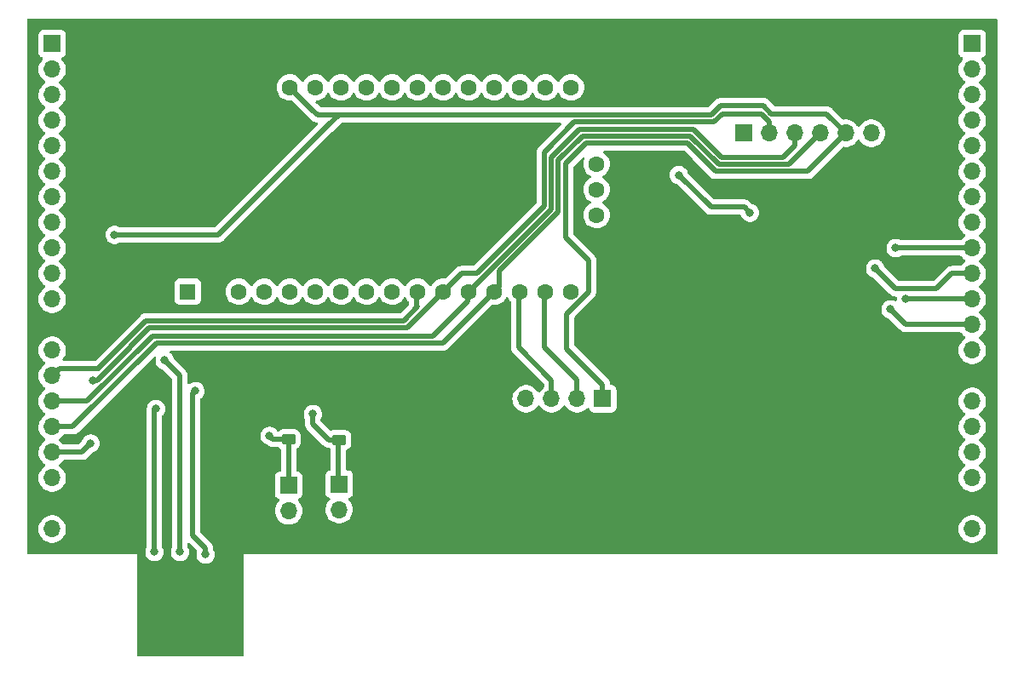
<source format=gbr>
G04 #@! TF.GenerationSoftware,KiCad,Pcbnew,7.0.2-0*
G04 #@! TF.CreationDate,2023-04-27T16:56:16-04:00*
G04 #@! TF.ProjectId,TFT_CAN,5446545f-4341-44e2-9e6b-696361645f70,rev?*
G04 #@! TF.SameCoordinates,Original*
G04 #@! TF.FileFunction,Copper,L1,Top*
G04 #@! TF.FilePolarity,Positive*
%FSLAX46Y46*%
G04 Gerber Fmt 4.6, Leading zero omitted, Abs format (unit mm)*
G04 Created by KiCad (PCBNEW 7.0.2-0) date 2023-04-27 16:56:16*
%MOMM*%
%LPD*%
G01*
G04 APERTURE LIST*
G04 Aperture macros list*
%AMRoundRect*
0 Rectangle with rounded corners*
0 $1 Rounding radius*
0 $2 $3 $4 $5 $6 $7 $8 $9 X,Y pos of 4 corners*
0 Add a 4 corners polygon primitive as box body*
4,1,4,$2,$3,$4,$5,$6,$7,$8,$9,$2,$3,0*
0 Add four circle primitives for the rounded corners*
1,1,$1+$1,$2,$3*
1,1,$1+$1,$4,$5*
1,1,$1+$1,$6,$7*
1,1,$1+$1,$8,$9*
0 Add four rect primitives between the rounded corners*
20,1,$1+$1,$2,$3,$4,$5,0*
20,1,$1+$1,$4,$5,$6,$7,0*
20,1,$1+$1,$6,$7,$8,$9,0*
20,1,$1+$1,$8,$9,$2,$3,0*%
G04 Aperture macros list end*
G04 #@! TA.AperFunction,ComponentPad*
%ADD10R,1.700000X1.700000*%
G04 #@! TD*
G04 #@! TA.AperFunction,ComponentPad*
%ADD11O,1.700000X1.700000*%
G04 #@! TD*
G04 #@! TA.AperFunction,ComponentPad*
%ADD12C,1.600000*%
G04 #@! TD*
G04 #@! TA.AperFunction,ComponentPad*
%ADD13R,1.600000X1.600000*%
G04 #@! TD*
G04 #@! TA.AperFunction,SMDPad,CuDef*
%ADD14RoundRect,0.250000X-0.450000X0.262500X-0.450000X-0.262500X0.450000X-0.262500X0.450000X0.262500X0*%
G04 #@! TD*
G04 #@! TA.AperFunction,ViaPad*
%ADD15C,0.800000*%
G04 #@! TD*
G04 #@! TA.AperFunction,Conductor*
%ADD16C,0.500000*%
G04 #@! TD*
G04 APERTURE END LIST*
D10*
X94107000Y-34290000D03*
D11*
X96647000Y-34290000D03*
X99187000Y-34290000D03*
X101727000Y-34290000D03*
X104267000Y-34290000D03*
X106807000Y-34290000D03*
D10*
X80111600Y-60706000D03*
D11*
X77571600Y-60706000D03*
X75031600Y-60706000D03*
X72491600Y-60706000D03*
D12*
X79502000Y-37357500D03*
X79502000Y-39897500D03*
X79502000Y-42437500D03*
X49022000Y-29737500D03*
X51562000Y-29737500D03*
X54102000Y-29737500D03*
X56642000Y-29737500D03*
X59182000Y-29737500D03*
X61722000Y-29737500D03*
X64262000Y-29737500D03*
X66802000Y-29737500D03*
X69342000Y-29737500D03*
X71882000Y-29737500D03*
X74422000Y-29737500D03*
X76962000Y-29737500D03*
X76962000Y-50057500D03*
X74422000Y-50057500D03*
X71882000Y-50057500D03*
X69342000Y-50057500D03*
X66802000Y-50057500D03*
X64262000Y-50057500D03*
X61722000Y-50057500D03*
X59182000Y-50057500D03*
X56642000Y-50057500D03*
X54102000Y-50057500D03*
X51562000Y-50057500D03*
X49022000Y-50057500D03*
X46482000Y-50057500D03*
X43942000Y-50057500D03*
X41402000Y-50057500D03*
D13*
X38862000Y-50057500D03*
D14*
X53924000Y-62972000D03*
X53924000Y-64797000D03*
D10*
X53924000Y-69190000D03*
D11*
X53924000Y-71730000D03*
D10*
X48895000Y-69312000D03*
D11*
X48895000Y-71852000D03*
D14*
X48895000Y-62920000D03*
X48895000Y-64745000D03*
D10*
X25400000Y-25400000D03*
D11*
X25400000Y-27940000D03*
X25400000Y-30480000D03*
X25400000Y-33020000D03*
X25400000Y-35560000D03*
X25400000Y-38100000D03*
X25400000Y-40640000D03*
X25400000Y-43180000D03*
X25400000Y-45720000D03*
X25400000Y-48260000D03*
X25400000Y-50800000D03*
X25400000Y-53340000D03*
X25400000Y-55880000D03*
X25400000Y-58420000D03*
X25400000Y-60960000D03*
X25400000Y-63500000D03*
X25400000Y-66040000D03*
X25400000Y-68580000D03*
X25400000Y-71120000D03*
X25400000Y-73660000D03*
D10*
X116840000Y-25400000D03*
D11*
X116840000Y-27940000D03*
X116840000Y-30480000D03*
X116840000Y-33020000D03*
X116840000Y-35560000D03*
X116840000Y-38100000D03*
X116840000Y-40640000D03*
X116840000Y-43180000D03*
X116840000Y-45720000D03*
X116840000Y-48260000D03*
X116840000Y-50800000D03*
X116840000Y-53340000D03*
X116840000Y-55880000D03*
X116840000Y-58420000D03*
X116840000Y-60960000D03*
X116840000Y-63500000D03*
X116840000Y-66040000D03*
X116840000Y-68580000D03*
X116840000Y-71120000D03*
X116840000Y-73660000D03*
D15*
X40640000Y-76200000D03*
X38100000Y-75946000D03*
X35560000Y-75946000D03*
X29210000Y-65151000D03*
X29464000Y-58928000D03*
X87680800Y-38455600D03*
X94742000Y-42214800D03*
X31597600Y-44399200D03*
X35712400Y-61722000D03*
X36576000Y-56896000D03*
X39624000Y-59944000D03*
X108712000Y-51816000D03*
X110236000Y-50800000D03*
X107188000Y-47752000D03*
X109220000Y-45720000D03*
X46990000Y-64389000D03*
X51308000Y-62230000D03*
D16*
X40640000Y-76200000D02*
X40640000Y-75565000D01*
X35560000Y-75946000D02*
X35560000Y-61874400D01*
X77316525Y-33173475D02*
X91183424Y-33173475D01*
X33147000Y-55626000D02*
X29845000Y-58928000D01*
X29845000Y-58928000D02*
X29464000Y-58928000D01*
X60641000Y-53659000D02*
X34987000Y-53659000D01*
X66059500Y-48260000D02*
X67590050Y-48260000D01*
X91971900Y-32385000D02*
X95885000Y-32385000D01*
X74295000Y-36195000D02*
X77316525Y-33173475D01*
X67590050Y-48260000D02*
X74295000Y-41555050D01*
X28321000Y-66040000D02*
X29210000Y-65151000D01*
X91183424Y-33173475D02*
X91971900Y-32385000D01*
X34987000Y-53659000D02*
X33147000Y-55499000D01*
X64262000Y-50057500D02*
X66059500Y-48260000D01*
X74295000Y-41555050D02*
X74295000Y-36195000D01*
X96647000Y-33147000D02*
X96647000Y-34290000D01*
X33147000Y-55499000D02*
X33147000Y-55626000D01*
X95885000Y-32385000D02*
X96647000Y-33147000D01*
X64135000Y-50165000D02*
X60641000Y-53659000D01*
X25400000Y-66040000D02*
X28321000Y-66040000D01*
X63246000Y-54483000D02*
X66675000Y-51054000D01*
X69215000Y-47644500D02*
X69215000Y-47625000D01*
X89118475Y-33873475D02*
X78394950Y-33873475D01*
X78394950Y-33873475D02*
X77815051Y-33873475D01*
X25400000Y-60960000D02*
X28888082Y-60960000D01*
X77815051Y-33873475D02*
X74995000Y-36693526D01*
X28888082Y-60960000D02*
X35365082Y-54483000D01*
X69215000Y-47625000D02*
X74995000Y-41845000D01*
X91948000Y-36703000D02*
X89118475Y-33873475D01*
X99187000Y-35560000D02*
X98044000Y-36703000D01*
X99187000Y-34290000D02*
X99187000Y-35560000D01*
X66675000Y-51054000D02*
X66675000Y-50165000D01*
X66802000Y-50057500D02*
X69215000Y-47644500D01*
X74995000Y-36693526D02*
X74995000Y-40005000D01*
X74995000Y-41845000D02*
X74995000Y-37273425D01*
X98044000Y-36703000D02*
X91948000Y-36703000D01*
X35365082Y-54483000D02*
X63246000Y-54483000D01*
X69342000Y-50057500D02*
X69850000Y-49549500D01*
X25400000Y-63500000D02*
X27432000Y-63500000D01*
X98614000Y-37403000D02*
X91658050Y-37403000D01*
X75695000Y-36983476D02*
X75695000Y-38230000D01*
X78105001Y-34573475D02*
X75695000Y-36983476D01*
X35749000Y-55183000D02*
X64197000Y-55183000D01*
X27432000Y-63500000D02*
X35749000Y-55183000D01*
X101727000Y-34290000D02*
X98614000Y-37403000D01*
X69850000Y-49549500D02*
X69850000Y-47979950D01*
X64197000Y-55183000D02*
X69215000Y-50165000D01*
X91658050Y-37403000D02*
X88828525Y-34573475D01*
X69850000Y-47979950D02*
X75695000Y-42134950D01*
X75695000Y-42134950D02*
X75695000Y-37618475D01*
X88828525Y-34573475D02*
X78105001Y-34573475D01*
X25400000Y-58420000D02*
X26111200Y-57708800D01*
X61722000Y-51562000D02*
X61595000Y-51435000D01*
X60325000Y-52959000D02*
X61722000Y-51562000D01*
X30022800Y-57633251D02*
X34697051Y-52959000D01*
X34697051Y-52959000D02*
X60325000Y-52959000D01*
X26111200Y-57708800D02*
X30022800Y-57708800D01*
X61595000Y-51435000D02*
X61595000Y-50165000D01*
X30022800Y-57708800D02*
X30022800Y-57633251D01*
X71755000Y-55600600D02*
X75031600Y-58877200D01*
X71755000Y-50165000D02*
X71755000Y-55600600D01*
X75031600Y-58877200D02*
X75031600Y-60706000D01*
X74295000Y-50165000D02*
X74295000Y-55549800D01*
X77571600Y-58826400D02*
X77571600Y-60706000D01*
X74295000Y-55549800D02*
X77571600Y-58826400D01*
X87680800Y-38455600D02*
X90881200Y-41656000D01*
X94183200Y-41656000D02*
X94742000Y-42214800D01*
X90881200Y-41656000D02*
X94183200Y-41656000D01*
X76542900Y-52244367D02*
X78681133Y-50106133D01*
X78740000Y-46990000D02*
X76395000Y-44645000D01*
X51234750Y-31950250D02*
X49022000Y-29737500D01*
X41915050Y-44399200D02*
X52799375Y-33514875D01*
X80111600Y-59283600D02*
X76542900Y-55714900D01*
X78450051Y-35273475D02*
X88538575Y-35273475D01*
X52799375Y-33514875D02*
X52845125Y-33514875D01*
X89715475Y-36477075D02*
X91341400Y-38103000D01*
X91820150Y-31546800D02*
X90893475Y-32473475D01*
X78681133Y-50106133D02*
X78681133Y-50008866D01*
X100454000Y-38103000D02*
X104267000Y-34290000D01*
X76542900Y-55714900D02*
X76542900Y-52244367D01*
X76395000Y-44645000D02*
X76395000Y-37328526D01*
X78681133Y-50008866D02*
X78740000Y-49949999D01*
X104267000Y-34290000D02*
X102336600Y-32359600D01*
X80111600Y-60706000D02*
X80111600Y-59283600D01*
X53886525Y-32473475D02*
X51757975Y-32473475D01*
X35560000Y-61874400D02*
X35712400Y-61722000D01*
X96875600Y-32359600D02*
X96062800Y-31546800D01*
X78740000Y-49949999D02*
X78740000Y-46990000D01*
X90893475Y-32473475D02*
X53886525Y-32473475D01*
X31597600Y-44399200D02*
X41915050Y-44399200D01*
X96062800Y-31546800D02*
X91820150Y-31546800D01*
X102336600Y-32359600D02*
X96875600Y-32359600D01*
X52845125Y-33514875D02*
X53886525Y-32473475D01*
X51757975Y-32473475D02*
X51234750Y-31950250D01*
X76395000Y-37328526D02*
X78450051Y-35273475D01*
X88538575Y-35273475D02*
X89715475Y-36450375D01*
X91341400Y-38103000D02*
X100454000Y-38103000D01*
X89715475Y-36450375D02*
X89715475Y-36477075D01*
X36576000Y-56896000D02*
X38100000Y-58420000D01*
X38100000Y-58420000D02*
X38100000Y-75946000D01*
X39370000Y-60198000D02*
X39624000Y-59944000D01*
X39370000Y-74295000D02*
X39370000Y-60198000D01*
X40640000Y-75565000D02*
X39370000Y-74295000D01*
X110236000Y-53340000D02*
X108712000Y-51816000D01*
X116840000Y-53340000D02*
X110236000Y-53340000D01*
X116840000Y-50800000D02*
X110236000Y-50800000D01*
X109220000Y-49784000D02*
X107188000Y-47752000D01*
X114808000Y-48260000D02*
X113284000Y-49784000D01*
X116840000Y-48260000D02*
X114808000Y-48260000D01*
X113284000Y-49784000D02*
X109220000Y-49784000D01*
X116840000Y-45720000D02*
X109220000Y-45720000D01*
X47346000Y-64745000D02*
X46990000Y-64389000D01*
X48895000Y-69249750D02*
X48895000Y-64812250D01*
X48895000Y-64745000D02*
X47346000Y-64745000D01*
X53848000Y-69122750D02*
X53848000Y-64735250D01*
X52859000Y-64797000D02*
X51308000Y-63246000D01*
X53924000Y-64797000D02*
X52859000Y-64797000D01*
X51308000Y-63246000D02*
X51308000Y-62230000D01*
G04 #@! TA.AperFunction,Conductor*
G36*
X119296621Y-22905502D02*
G01*
X119343114Y-22959158D01*
X119354500Y-23011500D01*
X119354500Y-76048500D01*
X119334498Y-76116621D01*
X119280842Y-76163114D01*
X119228500Y-76174500D01*
X44480136Y-76174500D01*
X44469574Y-76172399D01*
X44450000Y-76172399D01*
X44444928Y-76174500D01*
X44430482Y-76180482D01*
X44422399Y-76199999D01*
X44422399Y-76219575D01*
X44424500Y-76230136D01*
X44424500Y-86208500D01*
X44404498Y-86276621D01*
X44350842Y-86323114D01*
X44298500Y-86334500D01*
X33933500Y-86334500D01*
X33865379Y-86314498D01*
X33818886Y-86260842D01*
X33807500Y-86208500D01*
X33807500Y-76230136D01*
X33809601Y-76219575D01*
X33809601Y-76199999D01*
X33801517Y-76180483D01*
X33787072Y-76174500D01*
X33782000Y-76172399D01*
X33762426Y-76172399D01*
X33751864Y-76174500D01*
X23011500Y-76174500D01*
X22943379Y-76154498D01*
X22896886Y-76100842D01*
X22885500Y-76048500D01*
X22885500Y-75945999D01*
X34646496Y-75945999D01*
X34666458Y-76135929D01*
X34725472Y-76317556D01*
X34820958Y-76482942D01*
X34948746Y-76624865D01*
X34948747Y-76624866D01*
X35103248Y-76737118D01*
X35277712Y-76814794D01*
X35464513Y-76854500D01*
X35464515Y-76854500D01*
X35655485Y-76854500D01*
X35655487Y-76854500D01*
X35842288Y-76814794D01*
X36016752Y-76737118D01*
X36171253Y-76624866D01*
X36299040Y-76482944D01*
X36394527Y-76317556D01*
X36453542Y-76135928D01*
X36473504Y-75946000D01*
X36453542Y-75756072D01*
X36398676Y-75587212D01*
X36394527Y-75574443D01*
X36335381Y-75471999D01*
X36318500Y-75408999D01*
X36318500Y-62454955D01*
X36338502Y-62386834D01*
X36350858Y-62370651D01*
X36451440Y-62258944D01*
X36546927Y-62093556D01*
X36605942Y-61911928D01*
X36625904Y-61722000D01*
X36605942Y-61532072D01*
X36550424Y-61361206D01*
X36546927Y-61350443D01*
X36451441Y-61185057D01*
X36323652Y-61043133D01*
X36169153Y-60930883D01*
X36169152Y-60930882D01*
X35994688Y-60853206D01*
X35807887Y-60813500D01*
X35616913Y-60813500D01*
X35492379Y-60839970D01*
X35430111Y-60853206D01*
X35290096Y-60915544D01*
X35256794Y-60930372D01*
X35255646Y-60930883D01*
X35101147Y-61043133D01*
X34973358Y-61185057D01*
X34877872Y-61350443D01*
X34818858Y-61532070D01*
X34798896Y-61722000D01*
X34802094Y-61752430D01*
X34800904Y-61771019D01*
X34801500Y-61771019D01*
X34801500Y-61784029D01*
X34799202Y-61806515D01*
X34801447Y-61883658D01*
X34801500Y-61887322D01*
X34801500Y-75408999D01*
X34784619Y-75471999D01*
X34725472Y-75574443D01*
X34666458Y-75756070D01*
X34646496Y-75945999D01*
X22885500Y-75945999D01*
X22885500Y-73660000D01*
X24036844Y-73660000D01*
X24055436Y-73884368D01*
X24055436Y-73884371D01*
X24055437Y-73884372D01*
X24110702Y-74102611D01*
X24201139Y-74308790D01*
X24324278Y-74497268D01*
X24476762Y-74662908D01*
X24654421Y-74801187D01*
X24654424Y-74801189D01*
X24852426Y-74908342D01*
X25065365Y-74981444D01*
X25287431Y-75018500D01*
X25287434Y-75018500D01*
X25512566Y-75018500D01*
X25512569Y-75018500D01*
X25734635Y-74981444D01*
X25947574Y-74908342D01*
X26145576Y-74801189D01*
X26323240Y-74662906D01*
X26475722Y-74497268D01*
X26598860Y-74308791D01*
X26689296Y-74102616D01*
X26744564Y-73884368D01*
X26763156Y-73660000D01*
X26744564Y-73435632D01*
X26689296Y-73217384D01*
X26598860Y-73011209D01*
X26475722Y-72822732D01*
X26323240Y-72657094D01*
X26323239Y-72657093D01*
X26323237Y-72657091D01*
X26145578Y-72518812D01*
X25947573Y-72411657D01*
X25803427Y-72362172D01*
X25734635Y-72338556D01*
X25512569Y-72301500D01*
X25287431Y-72301500D01*
X25065365Y-72338556D01*
X25065362Y-72338556D01*
X25065362Y-72338557D01*
X24852426Y-72411657D01*
X24654421Y-72518812D01*
X24476762Y-72657091D01*
X24324278Y-72822731D01*
X24201139Y-73011209D01*
X24110702Y-73217388D01*
X24055437Y-73435627D01*
X24055436Y-73435632D01*
X24036844Y-73660000D01*
X22885500Y-73660000D01*
X22885500Y-68580000D01*
X24036844Y-68580000D01*
X24055436Y-68804368D01*
X24055436Y-68804371D01*
X24055437Y-68804372D01*
X24110702Y-69022611D01*
X24201139Y-69228790D01*
X24324278Y-69417268D01*
X24476762Y-69582908D01*
X24654421Y-69721187D01*
X24654424Y-69721189D01*
X24852426Y-69828342D01*
X25065365Y-69901444D01*
X25287431Y-69938500D01*
X25287434Y-69938500D01*
X25512566Y-69938500D01*
X25512569Y-69938500D01*
X25734635Y-69901444D01*
X25947574Y-69828342D01*
X26145576Y-69721189D01*
X26323240Y-69582906D01*
X26475722Y-69417268D01*
X26598860Y-69228791D01*
X26689296Y-69022616D01*
X26744564Y-68804368D01*
X26763156Y-68580000D01*
X26744564Y-68355632D01*
X26689296Y-68137384D01*
X26598860Y-67931209D01*
X26475722Y-67742732D01*
X26323240Y-67577094D01*
X26323239Y-67577093D01*
X26323237Y-67577091D01*
X26145579Y-67438813D01*
X26145577Y-67438812D01*
X26145576Y-67438811D01*
X26112317Y-67420812D01*
X26061929Y-67370801D01*
X26046576Y-67301484D01*
X26071136Y-67234871D01*
X26112316Y-67199187D01*
X26145576Y-67181189D01*
X26323240Y-67042906D01*
X26475722Y-66877268D01*
X26489888Y-66855584D01*
X26543892Y-66809496D01*
X26595371Y-66798500D01*
X28256559Y-66798500D01*
X28274820Y-66799830D01*
X28298789Y-66803341D01*
X28345253Y-66799275D01*
X28348647Y-66798979D01*
X28359628Y-66798500D01*
X28361513Y-66798500D01*
X28365180Y-66798500D01*
X28396301Y-66794861D01*
X28399896Y-66794494D01*
X28475426Y-66787887D01*
X28475430Y-66787885D01*
X28476751Y-66787770D01*
X28495856Y-66783535D01*
X28497106Y-66783079D01*
X28497113Y-66783079D01*
X28568400Y-66757132D01*
X28571769Y-66755961D01*
X28643738Y-66732114D01*
X28643739Y-66732112D01*
X28645007Y-66731693D01*
X28662613Y-66723169D01*
X28663725Y-66722437D01*
X28663732Y-66722435D01*
X28727138Y-66680730D01*
X28730161Y-66678806D01*
X28794651Y-66639030D01*
X28794652Y-66639028D01*
X28795788Y-66638328D01*
X28810959Y-66625970D01*
X28811871Y-66625002D01*
X28811874Y-66625001D01*
X28863929Y-66569824D01*
X28866448Y-66567231D01*
X29366332Y-66067347D01*
X29428642Y-66033323D01*
X29428946Y-66033257D01*
X29492288Y-66019794D01*
X29666752Y-65942118D01*
X29821253Y-65829866D01*
X29949040Y-65687944D01*
X30044527Y-65522556D01*
X30103542Y-65340928D01*
X30123504Y-65151000D01*
X30103542Y-64961072D01*
X30044527Y-64779444D01*
X30044527Y-64779443D01*
X29949041Y-64614057D01*
X29834783Y-64487161D01*
X29821253Y-64472134D01*
X29666752Y-64359882D01*
X29492288Y-64282206D01*
X29305487Y-64242500D01*
X29114513Y-64242500D01*
X28989979Y-64268970D01*
X28927711Y-64282206D01*
X28753246Y-64359883D01*
X28598747Y-64472133D01*
X28470958Y-64614057D01*
X28375473Y-64779442D01*
X28320613Y-64948283D01*
X28289876Y-64998441D01*
X28043724Y-65244595D01*
X27981412Y-65278620D01*
X27954628Y-65281500D01*
X26595371Y-65281500D01*
X26527250Y-65261498D01*
X26489888Y-65224415D01*
X26475723Y-65202734D01*
X26475722Y-65202732D01*
X26323240Y-65037094D01*
X26323239Y-65037093D01*
X26323237Y-65037091D01*
X26145578Y-64898812D01*
X26112317Y-64880812D01*
X26061927Y-64830798D01*
X26046576Y-64761481D01*
X26071138Y-64694868D01*
X26112315Y-64659188D01*
X26145576Y-64641189D01*
X26323240Y-64502906D01*
X26475722Y-64337268D01*
X26489888Y-64315584D01*
X26543892Y-64269496D01*
X26595371Y-64258500D01*
X27367559Y-64258500D01*
X27385820Y-64259830D01*
X27409789Y-64263341D01*
X27456253Y-64259275D01*
X27459647Y-64258979D01*
X27470628Y-64258500D01*
X27472513Y-64258500D01*
X27476180Y-64258500D01*
X27507301Y-64254861D01*
X27510896Y-64254494D01*
X27586426Y-64247887D01*
X27586430Y-64247885D01*
X27587751Y-64247770D01*
X27606856Y-64243535D01*
X27608106Y-64243079D01*
X27608113Y-64243079D01*
X27679400Y-64217132D01*
X27682769Y-64215961D01*
X27754738Y-64192114D01*
X27754739Y-64192112D01*
X27756007Y-64191693D01*
X27773613Y-64183169D01*
X27774725Y-64182437D01*
X27774732Y-64182435D01*
X27838138Y-64140730D01*
X27841161Y-64138806D01*
X27905651Y-64099030D01*
X27905652Y-64099028D01*
X27906788Y-64098328D01*
X27921959Y-64085970D01*
X27922871Y-64085002D01*
X27922874Y-64085001D01*
X27974929Y-64029824D01*
X27977448Y-64027231D01*
X35496100Y-56508580D01*
X35558410Y-56474556D01*
X35629225Y-56479621D01*
X35686061Y-56522168D01*
X35710872Y-56588688D01*
X35705027Y-56636612D01*
X35682458Y-56706072D01*
X35662496Y-56896000D01*
X35682458Y-57085929D01*
X35741472Y-57267556D01*
X35836958Y-57432942D01*
X35836960Y-57432944D01*
X35964747Y-57574866D01*
X36119248Y-57687118D01*
X36293712Y-57764794D01*
X36356771Y-57778197D01*
X36419244Y-57811926D01*
X36419668Y-57812349D01*
X37304595Y-58697276D01*
X37338621Y-58759588D01*
X37341500Y-58786371D01*
X37341500Y-75408999D01*
X37324619Y-75471999D01*
X37265472Y-75574443D01*
X37206458Y-75756070D01*
X37186496Y-75946000D01*
X37206458Y-76135929D01*
X37265472Y-76317556D01*
X37360958Y-76482942D01*
X37488747Y-76624865D01*
X37488747Y-76624866D01*
X37643248Y-76737118D01*
X37817712Y-76814794D01*
X38004513Y-76854500D01*
X38004515Y-76854500D01*
X38195485Y-76854500D01*
X38195487Y-76854500D01*
X38382288Y-76814794D01*
X38556752Y-76737118D01*
X38711253Y-76624866D01*
X38839040Y-76482944D01*
X38934527Y-76317556D01*
X38993542Y-76135928D01*
X39013504Y-75946000D01*
X38993542Y-75756072D01*
X38938676Y-75587212D01*
X38934527Y-75574443D01*
X38875381Y-75471999D01*
X38858500Y-75408999D01*
X38858500Y-75160371D01*
X38878502Y-75092250D01*
X38932158Y-75045757D01*
X39002432Y-75035653D01*
X39067012Y-75065147D01*
X39073595Y-75071276D01*
X39757076Y-75754757D01*
X39791102Y-75817069D01*
X39787814Y-75882787D01*
X39746459Y-76010068D01*
X39746458Y-76010072D01*
X39730373Y-76163114D01*
X39726496Y-76200000D01*
X39746458Y-76389929D01*
X39805472Y-76571556D01*
X39900958Y-76736942D01*
X39971055Y-76814793D01*
X40028747Y-76878866D01*
X40183248Y-76991118D01*
X40357712Y-77068794D01*
X40544513Y-77108500D01*
X40544515Y-77108500D01*
X40735485Y-77108500D01*
X40735487Y-77108500D01*
X40922288Y-77068794D01*
X41096752Y-76991118D01*
X41251253Y-76878866D01*
X41379040Y-76736944D01*
X41474527Y-76571556D01*
X41533542Y-76389928D01*
X41553504Y-76200000D01*
X41533542Y-76010072D01*
X41474527Y-75828444D01*
X41474527Y-75828443D01*
X41415381Y-75725999D01*
X41398500Y-75662999D01*
X41398500Y-75629435D01*
X41399831Y-75611172D01*
X41399859Y-75610977D01*
X41403341Y-75587211D01*
X41398979Y-75537351D01*
X41398500Y-75526371D01*
X41398500Y-75524487D01*
X41398500Y-75520820D01*
X41394862Y-75489705D01*
X41394492Y-75486078D01*
X41387887Y-75410573D01*
X41387886Y-75410570D01*
X41387770Y-75409242D01*
X41383537Y-75390147D01*
X41383079Y-75388889D01*
X41383079Y-75388887D01*
X41357137Y-75317611D01*
X41355977Y-75314277D01*
X41332114Y-75242261D01*
X41332111Y-75242256D01*
X41331691Y-75240988D01*
X41323167Y-75223380D01*
X41280775Y-75158925D01*
X41278807Y-75155836D01*
X41238328Y-75090211D01*
X41225964Y-75075034D01*
X41169825Y-75022069D01*
X41167197Y-75019516D01*
X40165405Y-74017724D01*
X40131379Y-73955412D01*
X40128500Y-73928629D01*
X40128500Y-73660000D01*
X115476844Y-73660000D01*
X115495436Y-73884368D01*
X115495436Y-73884371D01*
X115495437Y-73884372D01*
X115550702Y-74102611D01*
X115641139Y-74308790D01*
X115764278Y-74497268D01*
X115916762Y-74662908D01*
X116094421Y-74801187D01*
X116094424Y-74801189D01*
X116292426Y-74908342D01*
X116505365Y-74981444D01*
X116727431Y-75018500D01*
X116727434Y-75018500D01*
X116952566Y-75018500D01*
X116952569Y-75018500D01*
X117174635Y-74981444D01*
X117387574Y-74908342D01*
X117585576Y-74801189D01*
X117763240Y-74662906D01*
X117915722Y-74497268D01*
X118038860Y-74308791D01*
X118129296Y-74102616D01*
X118184564Y-73884368D01*
X118203156Y-73660000D01*
X118184564Y-73435632D01*
X118129296Y-73217384D01*
X118038860Y-73011209D01*
X117915722Y-72822732D01*
X117763240Y-72657094D01*
X117763239Y-72657093D01*
X117763237Y-72657091D01*
X117585578Y-72518812D01*
X117387573Y-72411657D01*
X117243427Y-72362172D01*
X117174635Y-72338556D01*
X116952569Y-72301500D01*
X116727431Y-72301500D01*
X116505365Y-72338556D01*
X116505362Y-72338556D01*
X116505362Y-72338557D01*
X116292426Y-72411657D01*
X116094421Y-72518812D01*
X115916762Y-72657091D01*
X115764278Y-72822731D01*
X115641139Y-73011209D01*
X115550702Y-73217388D01*
X115495437Y-73435627D01*
X115495436Y-73435632D01*
X115476844Y-73660000D01*
X40128500Y-73660000D01*
X40128500Y-64389000D01*
X46076496Y-64389000D01*
X46096458Y-64578929D01*
X46155472Y-64760556D01*
X46250958Y-64925942D01*
X46351037Y-65037091D01*
X46378747Y-65067866D01*
X46533248Y-65180118D01*
X46707712Y-65257794D01*
X46769921Y-65271016D01*
X46824710Y-65297738D01*
X46828866Y-65301225D01*
X46836974Y-65308655D01*
X46840899Y-65312580D01*
X46863231Y-65330238D01*
X46865453Y-65331995D01*
X46868292Y-65334308D01*
X46927382Y-65383890D01*
X46943889Y-65394406D01*
X47013806Y-65427008D01*
X47017043Y-65428574D01*
X47084812Y-65462609D01*
X47084814Y-65462609D01*
X47086014Y-65463212D01*
X47104488Y-65469633D01*
X47105792Y-65469902D01*
X47105794Y-65469903D01*
X47180044Y-65485234D01*
X47183587Y-65486019D01*
X47257344Y-65503500D01*
X47257346Y-65503500D01*
X47258641Y-65503807D01*
X47278112Y-65505796D01*
X47279439Y-65505757D01*
X47279442Y-65505758D01*
X47355239Y-65503552D01*
X47358903Y-65503500D01*
X47816128Y-65503500D01*
X47884249Y-65523502D01*
X47905218Y-65540400D01*
X47971348Y-65606530D01*
X48076647Y-65671479D01*
X48124125Y-65724263D01*
X48136500Y-65778719D01*
X48136500Y-67827500D01*
X48116498Y-67895621D01*
X48062842Y-67942114D01*
X48010500Y-67953500D01*
X47996362Y-67953500D01*
X47993013Y-67953859D01*
X47993013Y-67953860D01*
X47935799Y-67960011D01*
X47798794Y-68011111D01*
X47681738Y-68098738D01*
X47594111Y-68215794D01*
X47567175Y-68288013D01*
X47543011Y-68352799D01*
X47536500Y-68413362D01*
X47536500Y-70210638D01*
X47543011Y-70271201D01*
X47568561Y-70339702D01*
X47594111Y-70408205D01*
X47681738Y-70525261D01*
X47798794Y-70612888D01*
X47798795Y-70612888D01*
X47798796Y-70612889D01*
X47913808Y-70655786D01*
X47970642Y-70698331D01*
X47995453Y-70764852D01*
X47980362Y-70834226D01*
X47962475Y-70859178D01*
X47819281Y-71014728D01*
X47696139Y-71203209D01*
X47605702Y-71409388D01*
X47550437Y-71627627D01*
X47550436Y-71627632D01*
X47531844Y-71852000D01*
X47550436Y-72076368D01*
X47550436Y-72076371D01*
X47550437Y-72076372D01*
X47605702Y-72294611D01*
X47696139Y-72500790D01*
X47798256Y-72657091D01*
X47819278Y-72689268D01*
X47942141Y-72822732D01*
X47971762Y-72854908D01*
X48149421Y-72993187D01*
X48149424Y-72993189D01*
X48347426Y-73100342D01*
X48560365Y-73173444D01*
X48782431Y-73210500D01*
X48782434Y-73210500D01*
X49007566Y-73210500D01*
X49007569Y-73210500D01*
X49229635Y-73173444D01*
X49442574Y-73100342D01*
X49640576Y-72993189D01*
X49818240Y-72854906D01*
X49970722Y-72689268D01*
X50093860Y-72500791D01*
X50184296Y-72294616D01*
X50239564Y-72076368D01*
X50258156Y-71852000D01*
X50239564Y-71627632D01*
X50184296Y-71409384D01*
X50093860Y-71203209D01*
X49970722Y-71014732D01*
X49827524Y-70859179D01*
X49796103Y-70795514D01*
X49804090Y-70724968D01*
X49848949Y-70669939D01*
X49876183Y-70655789D01*
X49991204Y-70612889D01*
X50108261Y-70525261D01*
X50195889Y-70408204D01*
X50246989Y-70271201D01*
X50253500Y-70210638D01*
X50253500Y-68413362D01*
X50246989Y-68352799D01*
X50195889Y-68215796D01*
X50195888Y-68215794D01*
X50108261Y-68098738D01*
X49991205Y-68011111D01*
X49899047Y-67976738D01*
X49854201Y-67960011D01*
X49793638Y-67953500D01*
X49790269Y-67953500D01*
X49779500Y-67953500D01*
X49711379Y-67933498D01*
X49664886Y-67879842D01*
X49653500Y-67827500D01*
X49653500Y-65778719D01*
X49673502Y-65710598D01*
X49713352Y-65671479D01*
X49818652Y-65606530D01*
X49944030Y-65481152D01*
X50037115Y-65330238D01*
X50092887Y-65161926D01*
X50103500Y-65058045D01*
X50103499Y-64431956D01*
X50092887Y-64328074D01*
X50037115Y-64159762D01*
X49944030Y-64008848D01*
X49944028Y-64008846D01*
X49944027Y-64008844D01*
X49818655Y-63883472D01*
X49818652Y-63883470D01*
X49667738Y-63790385D01*
X49499426Y-63734613D01*
X49499423Y-63734612D01*
X49499421Y-63734612D01*
X49398746Y-63724326D01*
X49398725Y-63724324D01*
X49395545Y-63724000D01*
X49392339Y-63724000D01*
X48397661Y-63724000D01*
X48397641Y-63724000D01*
X48394456Y-63724001D01*
X48391279Y-63724325D01*
X48391270Y-63724326D01*
X48290573Y-63734613D01*
X48122262Y-63790385D01*
X47971346Y-63883471D01*
X47945339Y-63909478D01*
X47883027Y-63943502D01*
X47812211Y-63938436D01*
X47755376Y-63895889D01*
X47747126Y-63883381D01*
X47729041Y-63852057D01*
X47614069Y-63724368D01*
X47601253Y-63710134D01*
X47446752Y-63597882D01*
X47272288Y-63520206D01*
X47085487Y-63480500D01*
X46894513Y-63480500D01*
X46769979Y-63506970D01*
X46707711Y-63520206D01*
X46533246Y-63597883D01*
X46378747Y-63710133D01*
X46250958Y-63852057D01*
X46155472Y-64017443D01*
X46096458Y-64199070D01*
X46076496Y-64389000D01*
X40128500Y-64389000D01*
X40128500Y-62230000D01*
X50394496Y-62230000D01*
X50414458Y-62419929D01*
X50473471Y-62601553D01*
X50473473Y-62601556D01*
X50532619Y-62704000D01*
X50549500Y-62766999D01*
X50549499Y-63181559D01*
X50548169Y-63199816D01*
X50544658Y-63223786D01*
X50549020Y-63273633D01*
X50549500Y-63284616D01*
X50549500Y-63290180D01*
X50549924Y-63293815D01*
X50549926Y-63293834D01*
X50553135Y-63321291D01*
X50553507Y-63324932D01*
X50560228Y-63401744D01*
X50564469Y-63420873D01*
X50590846Y-63493342D01*
X50592049Y-63496804D01*
X50616304Y-63570000D01*
X50624837Y-63587627D01*
X50667232Y-63652084D01*
X50669171Y-63655127D01*
X50703100Y-63710134D01*
X50709674Y-63720792D01*
X50722038Y-63735967D01*
X50778155Y-63788911D01*
X50780784Y-63791465D01*
X52277092Y-65287773D01*
X52289060Y-65301620D01*
X52303531Y-65321058D01*
X52327212Y-65340929D01*
X52341870Y-65353228D01*
X52349974Y-65360655D01*
X52353899Y-65364580D01*
X52376231Y-65382238D01*
X52378453Y-65383995D01*
X52381292Y-65386308D01*
X52440382Y-65435890D01*
X52456889Y-65446405D01*
X52458093Y-65446966D01*
X52458094Y-65446967D01*
X52497156Y-65465182D01*
X52526794Y-65479002D01*
X52530094Y-65480600D01*
X52599000Y-65515206D01*
X52617485Y-65521631D01*
X52618791Y-65521900D01*
X52618794Y-65521902D01*
X52693113Y-65537247D01*
X52696525Y-65538003D01*
X52770344Y-65555500D01*
X52770347Y-65555500D01*
X52771642Y-65555807D01*
X52791110Y-65557796D01*
X52792438Y-65557757D01*
X52792442Y-65557758D01*
X52842221Y-65556309D01*
X52910893Y-65574321D01*
X52934975Y-65593157D01*
X53000348Y-65658530D01*
X53029645Y-65676600D01*
X53077124Y-65729385D01*
X53089500Y-65783842D01*
X53089500Y-67711424D01*
X53069498Y-67779545D01*
X53015842Y-67826038D01*
X52976973Y-67836702D01*
X52969069Y-67837551D01*
X52964799Y-67838011D01*
X52919131Y-67855044D01*
X52827794Y-67889111D01*
X52710738Y-67976738D01*
X52623111Y-68093794D01*
X52577608Y-68215794D01*
X52572011Y-68230799D01*
X52565500Y-68291362D01*
X52565500Y-70088638D01*
X52572011Y-70149201D01*
X52594926Y-70210638D01*
X52623111Y-70286205D01*
X52710738Y-70403261D01*
X52827794Y-70490888D01*
X52827795Y-70490888D01*
X52827796Y-70490889D01*
X52942808Y-70533786D01*
X52999642Y-70576331D01*
X53024453Y-70642852D01*
X53009362Y-70712226D01*
X52991475Y-70737178D01*
X52848281Y-70892728D01*
X52725139Y-71081209D01*
X52634702Y-71287388D01*
X52603809Y-71409384D01*
X52579436Y-71505632D01*
X52560844Y-71730000D01*
X52579436Y-71954368D01*
X52579436Y-71954371D01*
X52579437Y-71954372D01*
X52634702Y-72172611D01*
X52725139Y-72378790D01*
X52816620Y-72518812D01*
X52848278Y-72567268D01*
X52930969Y-72657094D01*
X53000762Y-72732908D01*
X53157506Y-72854908D01*
X53178424Y-72871189D01*
X53376426Y-72978342D01*
X53589365Y-73051444D01*
X53811431Y-73088500D01*
X53811434Y-73088500D01*
X54036566Y-73088500D01*
X54036569Y-73088500D01*
X54258635Y-73051444D01*
X54471574Y-72978342D01*
X54669576Y-72871189D01*
X54847240Y-72732906D01*
X54999722Y-72567268D01*
X55122860Y-72378791D01*
X55213296Y-72172616D01*
X55268564Y-71954368D01*
X55287156Y-71730000D01*
X55268564Y-71505632D01*
X55213296Y-71287384D01*
X55122860Y-71081209D01*
X54999722Y-70892732D01*
X54856524Y-70737179D01*
X54825103Y-70673514D01*
X54833090Y-70602968D01*
X54877949Y-70547939D01*
X54905183Y-70533789D01*
X55020204Y-70490889D01*
X55137261Y-70403261D01*
X55224889Y-70286204D01*
X55275989Y-70149201D01*
X55282500Y-70088638D01*
X55282500Y-68580000D01*
X115476844Y-68580000D01*
X115495436Y-68804368D01*
X115495436Y-68804371D01*
X115495437Y-68804372D01*
X115550702Y-69022611D01*
X115641139Y-69228790D01*
X115764278Y-69417268D01*
X115916762Y-69582908D01*
X116094421Y-69721187D01*
X116094424Y-69721189D01*
X116292426Y-69828342D01*
X116505365Y-69901444D01*
X116727431Y-69938500D01*
X116727434Y-69938500D01*
X116952566Y-69938500D01*
X116952569Y-69938500D01*
X117174635Y-69901444D01*
X117387574Y-69828342D01*
X117585576Y-69721189D01*
X117763240Y-69582906D01*
X117915722Y-69417268D01*
X118038860Y-69228791D01*
X118129296Y-69022616D01*
X118184564Y-68804368D01*
X118203156Y-68580000D01*
X118184564Y-68355632D01*
X118129296Y-68137384D01*
X118038860Y-67931209D01*
X117915722Y-67742732D01*
X117763240Y-67577094D01*
X117763239Y-67577093D01*
X117763237Y-67577091D01*
X117585579Y-67438813D01*
X117585577Y-67438812D01*
X117585576Y-67438811D01*
X117552317Y-67420812D01*
X117501929Y-67370801D01*
X117486576Y-67301484D01*
X117511136Y-67234871D01*
X117552316Y-67199187D01*
X117585576Y-67181189D01*
X117763240Y-67042906D01*
X117915722Y-66877268D01*
X118038860Y-66688791D01*
X118129296Y-66482616D01*
X118184564Y-66264368D01*
X118203156Y-66040000D01*
X118184564Y-65815632D01*
X118129296Y-65597384D01*
X118038860Y-65391209D01*
X117915722Y-65202732D01*
X117763240Y-65037094D01*
X117763239Y-65037093D01*
X117763237Y-65037091D01*
X117585579Y-64898813D01*
X117585577Y-64898812D01*
X117585576Y-64898811D01*
X117552317Y-64880812D01*
X117501929Y-64830801D01*
X117486576Y-64761484D01*
X117511136Y-64694871D01*
X117552316Y-64659187D01*
X117585576Y-64641189D01*
X117763240Y-64502906D01*
X117915722Y-64337268D01*
X118038860Y-64148791D01*
X118129296Y-63942616D01*
X118184564Y-63724368D01*
X118203156Y-63500000D01*
X118184564Y-63275632D01*
X118129296Y-63057384D01*
X118038860Y-62851209D01*
X117915722Y-62662732D01*
X117763240Y-62497094D01*
X117763239Y-62497093D01*
X117763237Y-62497091D01*
X117585579Y-62358813D01*
X117585577Y-62358812D01*
X117585576Y-62358811D01*
X117552317Y-62340812D01*
X117501929Y-62290801D01*
X117486576Y-62221484D01*
X117511136Y-62154871D01*
X117552316Y-62119187D01*
X117585576Y-62101189D01*
X117763240Y-61962906D01*
X117915722Y-61797268D01*
X118038860Y-61608791D01*
X118129296Y-61402616D01*
X118184564Y-61184368D01*
X118203156Y-60960000D01*
X118184564Y-60735632D01*
X118129296Y-60517384D01*
X118038860Y-60311209D01*
X117915722Y-60122732D01*
X117763240Y-59957094D01*
X117763239Y-59957093D01*
X117763237Y-59957091D01*
X117585578Y-59818812D01*
X117387573Y-59711657D01*
X117243427Y-59662172D01*
X117174635Y-59638556D01*
X116952569Y-59601500D01*
X116727431Y-59601500D01*
X116505365Y-59638556D01*
X116505362Y-59638556D01*
X116505362Y-59638557D01*
X116292426Y-59711657D01*
X116094421Y-59818812D01*
X115916762Y-59957091D01*
X115764278Y-60122731D01*
X115641139Y-60311209D01*
X115550702Y-60517388D01*
X115495437Y-60735627D01*
X115495436Y-60735632D01*
X115476844Y-60960000D01*
X115495436Y-61184368D01*
X115495436Y-61184371D01*
X115495437Y-61184372D01*
X115550702Y-61402611D01*
X115641139Y-61608790D01*
X115764278Y-61797268D01*
X115916762Y-61962908D01*
X116094418Y-62101185D01*
X116094420Y-62101186D01*
X116094424Y-62101189D01*
X116127682Y-62119187D01*
X116178071Y-62169200D01*
X116193423Y-62238517D01*
X116168862Y-62305130D01*
X116127683Y-62340812D01*
X116102794Y-62354281D01*
X116094418Y-62358814D01*
X115916762Y-62497091D01*
X115764278Y-62662731D01*
X115641139Y-62851209D01*
X115550702Y-63057388D01*
X115516933Y-63190741D01*
X115495436Y-63275632D01*
X115476844Y-63500000D01*
X115495436Y-63724368D01*
X115495436Y-63724371D01*
X115495437Y-63724372D01*
X115550702Y-63942611D01*
X115641139Y-64148790D01*
X115764278Y-64337268D01*
X115916762Y-64502908D01*
X116094418Y-64641185D01*
X116094420Y-64641186D01*
X116094424Y-64641189D01*
X116127682Y-64659187D01*
X116178071Y-64709200D01*
X116193423Y-64778517D01*
X116168862Y-64845130D01*
X116127683Y-64880812D01*
X116102794Y-64894281D01*
X116094418Y-64898814D01*
X115916762Y-65037091D01*
X115764278Y-65202731D01*
X115641139Y-65391209D01*
X115550702Y-65597388D01*
X115504075Y-65781516D01*
X115495436Y-65815632D01*
X115476844Y-66040000D01*
X115495436Y-66264368D01*
X115495436Y-66264371D01*
X115495437Y-66264372D01*
X115550702Y-66482611D01*
X115641139Y-66688790D01*
X115764278Y-66877268D01*
X115916762Y-67042908D01*
X116094418Y-67181185D01*
X116094420Y-67181186D01*
X116094424Y-67181189D01*
X116127682Y-67199187D01*
X116178071Y-67249200D01*
X116193423Y-67318517D01*
X116168862Y-67385130D01*
X116127683Y-67420812D01*
X116102794Y-67434281D01*
X116094418Y-67438814D01*
X115916762Y-67577091D01*
X115764278Y-67742731D01*
X115641139Y-67931209D01*
X115550702Y-68137388D01*
X115496153Y-68352799D01*
X115495436Y-68355632D01*
X115476844Y-68580000D01*
X55282500Y-68580000D01*
X55282500Y-68291362D01*
X55275989Y-68230799D01*
X55224889Y-68093796D01*
X55162992Y-68011111D01*
X55137261Y-67976738D01*
X55020205Y-67889111D01*
X54951702Y-67863561D01*
X54883201Y-67838011D01*
X54822638Y-67831500D01*
X54819269Y-67831500D01*
X54732500Y-67831500D01*
X54664379Y-67811498D01*
X54617886Y-67757842D01*
X54606500Y-67705500D01*
X54606500Y-65872501D01*
X54626502Y-65804380D01*
X54680158Y-65757887D01*
X54692855Y-65752901D01*
X54696738Y-65751615D01*
X54847652Y-65658530D01*
X54973030Y-65533152D01*
X55066115Y-65382238D01*
X55121887Y-65213926D01*
X55132500Y-65110045D01*
X55132499Y-64483956D01*
X55121887Y-64380074D01*
X55066115Y-64211762D01*
X54973030Y-64060848D01*
X54973028Y-64060846D01*
X54973027Y-64060844D01*
X54847655Y-63935472D01*
X54805512Y-63909478D01*
X54696738Y-63842385D01*
X54528426Y-63786613D01*
X54528423Y-63786612D01*
X54528421Y-63786612D01*
X54427746Y-63776326D01*
X54427725Y-63776324D01*
X54424545Y-63776000D01*
X54421339Y-63776000D01*
X53426661Y-63776000D01*
X53426641Y-63776000D01*
X53423456Y-63776001D01*
X53420279Y-63776325D01*
X53420270Y-63776326D01*
X53319573Y-63786613D01*
X53151258Y-63842386D01*
X53128311Y-63856540D01*
X53059832Y-63875275D01*
X52992093Y-63854014D01*
X52973073Y-63838392D01*
X52103405Y-62968724D01*
X52069379Y-62906412D01*
X52066500Y-62879629D01*
X52066500Y-62766999D01*
X52083380Y-62704000D01*
X52142527Y-62601556D01*
X52201542Y-62419928D01*
X52221504Y-62230000D01*
X52201542Y-62040072D01*
X52162288Y-61919261D01*
X52142527Y-61858443D01*
X52047041Y-61693057D01*
X51919252Y-61551133D01*
X51764753Y-61438883D01*
X51764752Y-61438882D01*
X51590288Y-61361206D01*
X51403487Y-61321500D01*
X51212513Y-61321500D01*
X51087979Y-61347970D01*
X51025711Y-61361206D01*
X50851246Y-61438883D01*
X50696747Y-61551133D01*
X50568958Y-61693057D01*
X50473472Y-61858443D01*
X50414458Y-62040070D01*
X50394496Y-62230000D01*
X40128500Y-62230000D01*
X40128500Y-60764626D01*
X40148502Y-60696505D01*
X40180437Y-60662691D01*
X40235253Y-60622866D01*
X40363040Y-60480944D01*
X40458527Y-60315556D01*
X40517542Y-60133928D01*
X40537504Y-59944000D01*
X40517542Y-59754072D01*
X40476968Y-59629200D01*
X40458527Y-59572443D01*
X40363041Y-59407057D01*
X40235252Y-59265133D01*
X40098791Y-59165988D01*
X40080752Y-59152882D01*
X39906288Y-59075206D01*
X39719487Y-59035500D01*
X39528513Y-59035500D01*
X39403979Y-59061970D01*
X39341711Y-59075206D01*
X39264034Y-59109789D01*
X39167248Y-59152882D01*
X39149209Y-59165988D01*
X39058560Y-59231848D01*
X38991693Y-59255706D01*
X38922541Y-59239625D01*
X38873061Y-59188711D01*
X38858500Y-59129911D01*
X38858500Y-58484435D01*
X38859831Y-58466172D01*
X38859859Y-58465977D01*
X38863341Y-58442211D01*
X38858979Y-58392351D01*
X38858500Y-58381371D01*
X38858500Y-58379487D01*
X38858500Y-58375820D01*
X38854862Y-58344705D01*
X38854492Y-58341078D01*
X38847887Y-58265573D01*
X38847886Y-58265570D01*
X38847770Y-58264242D01*
X38843537Y-58245147D01*
X38843079Y-58243889D01*
X38843079Y-58243887D01*
X38817137Y-58172611D01*
X38815977Y-58169277D01*
X38792114Y-58097261D01*
X38792111Y-58097256D01*
X38791691Y-58095988D01*
X38783170Y-58078386D01*
X38740776Y-58013928D01*
X38738808Y-58010839D01*
X38698326Y-57945209D01*
X38685964Y-57930034D01*
X38629825Y-57877069D01*
X38627197Y-57874516D01*
X37496126Y-56743445D01*
X37465388Y-56693286D01*
X37410527Y-56524444D01*
X37315041Y-56359057D01*
X37187252Y-56217133D01*
X37121603Y-56169436D01*
X37078249Y-56113213D01*
X37072174Y-56042477D01*
X37105306Y-55979686D01*
X37167126Y-55944774D01*
X37195664Y-55941500D01*
X64132559Y-55941500D01*
X64150820Y-55942830D01*
X64174789Y-55946341D01*
X64221253Y-55942275D01*
X64224647Y-55941979D01*
X64235628Y-55941500D01*
X64237513Y-55941500D01*
X64241180Y-55941500D01*
X64272301Y-55937861D01*
X64275896Y-55937494D01*
X64351426Y-55930887D01*
X64351430Y-55930885D01*
X64352751Y-55930770D01*
X64371856Y-55926535D01*
X64373106Y-55926079D01*
X64373113Y-55926079D01*
X64444400Y-55900132D01*
X64447769Y-55898961D01*
X64519738Y-55875114D01*
X64519739Y-55875112D01*
X64521007Y-55874693D01*
X64538613Y-55866169D01*
X64539725Y-55865437D01*
X64539732Y-55865435D01*
X64603138Y-55823730D01*
X64606161Y-55821806D01*
X64670651Y-55782030D01*
X64670652Y-55782028D01*
X64671788Y-55781328D01*
X64686959Y-55768970D01*
X64687871Y-55768002D01*
X64687874Y-55768001D01*
X64739929Y-55712824D01*
X64742448Y-55710231D01*
X69061080Y-51391599D01*
X69123390Y-51357575D01*
X69161147Y-51355175D01*
X69342000Y-51370998D01*
X69570087Y-51351043D01*
X69791243Y-51291784D01*
X69998749Y-51195023D01*
X70186300Y-51063698D01*
X70348198Y-50901800D01*
X70479523Y-50714249D01*
X70497804Y-50675043D01*
X70544722Y-50621757D01*
X70612999Y-50602296D01*
X70680959Y-50622837D01*
X70726195Y-50675043D01*
X70744476Y-50714248D01*
X70868023Y-50890691D01*
X70875802Y-50901800D01*
X70959596Y-50985594D01*
X70993620Y-51047904D01*
X70996500Y-51074688D01*
X70996500Y-55536159D01*
X70995170Y-55554420D01*
X70991658Y-55578390D01*
X70996020Y-55628233D01*
X70996500Y-55639216D01*
X70996500Y-55644780D01*
X70996924Y-55648415D01*
X70996926Y-55648434D01*
X71000135Y-55675891D01*
X71000507Y-55679532D01*
X71007228Y-55756344D01*
X71011469Y-55775473D01*
X71037846Y-55847942D01*
X71039049Y-55851404D01*
X71063304Y-55924600D01*
X71071837Y-55942227D01*
X71114232Y-56006684D01*
X71116171Y-56009727D01*
X71155970Y-56074251D01*
X71156674Y-56075392D01*
X71169038Y-56090567D01*
X71169998Y-56091473D01*
X71169999Y-56091474D01*
X71183666Y-56104368D01*
X71225155Y-56143511D01*
X71227784Y-56146065D01*
X74236195Y-59154475D01*
X74270221Y-59216787D01*
X74273100Y-59243570D01*
X74273100Y-59513273D01*
X74253098Y-59581394D01*
X74224491Y-59612704D01*
X74108362Y-59703091D01*
X73955878Y-59868731D01*
X73867083Y-60004643D01*
X73813079Y-60050731D01*
X73742731Y-60060306D01*
X73678374Y-60030328D01*
X73656117Y-60004643D01*
X73567321Y-59868731D01*
X73485633Y-59779995D01*
X73414840Y-59703094D01*
X73414839Y-59703093D01*
X73414837Y-59703091D01*
X73237178Y-59564812D01*
X73039173Y-59457657D01*
X72886110Y-59405111D01*
X72826235Y-59384556D01*
X72604169Y-59347500D01*
X72379031Y-59347500D01*
X72156965Y-59384556D01*
X72156962Y-59384556D01*
X72156962Y-59384557D01*
X71944026Y-59457657D01*
X71746021Y-59564812D01*
X71568362Y-59703091D01*
X71415878Y-59868731D01*
X71292739Y-60057209D01*
X71202302Y-60263388D01*
X71147210Y-60480944D01*
X71147036Y-60481632D01*
X71128444Y-60706000D01*
X71147036Y-60930368D01*
X71147036Y-60930371D01*
X71147037Y-60930372D01*
X71202302Y-61148611D01*
X71292739Y-61354790D01*
X71327082Y-61407356D01*
X71415878Y-61543268D01*
X71528125Y-61665200D01*
X71568362Y-61708908D01*
X71746021Y-61847187D01*
X71746024Y-61847189D01*
X71944026Y-61954342D01*
X72156965Y-62027444D01*
X72379031Y-62064500D01*
X72379034Y-62064500D01*
X72604166Y-62064500D01*
X72604169Y-62064500D01*
X72826235Y-62027444D01*
X73039174Y-61954342D01*
X73237176Y-61847189D01*
X73414840Y-61708906D01*
X73567322Y-61543268D01*
X73656118Y-61407354D01*
X73710121Y-61361268D01*
X73780469Y-61351693D01*
X73844826Y-61381670D01*
X73867080Y-61407353D01*
X73955878Y-61543268D01*
X74068125Y-61665200D01*
X74108362Y-61708908D01*
X74286021Y-61847187D01*
X74286024Y-61847189D01*
X74484026Y-61954342D01*
X74696965Y-62027444D01*
X74919031Y-62064500D01*
X74919034Y-62064500D01*
X75144166Y-62064500D01*
X75144169Y-62064500D01*
X75366235Y-62027444D01*
X75579174Y-61954342D01*
X75777176Y-61847189D01*
X75954840Y-61708906D01*
X76107322Y-61543268D01*
X76196118Y-61407354D01*
X76250121Y-61361268D01*
X76320469Y-61351693D01*
X76384826Y-61381670D01*
X76407080Y-61407353D01*
X76495878Y-61543268D01*
X76608125Y-61665200D01*
X76648362Y-61708908D01*
X76826021Y-61847187D01*
X76826024Y-61847189D01*
X77024026Y-61954342D01*
X77236965Y-62027444D01*
X77459031Y-62064500D01*
X77459034Y-62064500D01*
X77684166Y-62064500D01*
X77684169Y-62064500D01*
X77906235Y-62027444D01*
X78119174Y-61954342D01*
X78317176Y-61847189D01*
X78494840Y-61708906D01*
X78555846Y-61642635D01*
X78616696Y-61606067D01*
X78687661Y-61608200D01*
X78746206Y-61648362D01*
X78766600Y-61683942D01*
X78810709Y-61802203D01*
X78898338Y-61919261D01*
X79015394Y-62006888D01*
X79015395Y-62006888D01*
X79015396Y-62006889D01*
X79152399Y-62057989D01*
X79212962Y-62064500D01*
X79216331Y-62064500D01*
X81006869Y-62064500D01*
X81010238Y-62064500D01*
X81070801Y-62057989D01*
X81207804Y-62006889D01*
X81324861Y-61919261D01*
X81412489Y-61802204D01*
X81463589Y-61665201D01*
X81470100Y-61604638D01*
X81470100Y-59807362D01*
X81463589Y-59746799D01*
X81412489Y-59609796D01*
X81406279Y-59601500D01*
X81324861Y-59492738D01*
X81207805Y-59405111D01*
X81122583Y-59373325D01*
X81070801Y-59354011D01*
X81010238Y-59347500D01*
X81006869Y-59347500D01*
X80994863Y-59347500D01*
X80926742Y-59327498D01*
X80880249Y-59273842D01*
X80869715Y-59236134D01*
X80866460Y-59208284D01*
X80866096Y-59204723D01*
X80859487Y-59129174D01*
X80859485Y-59129169D01*
X80859370Y-59127850D01*
X80855134Y-59108738D01*
X80853292Y-59103676D01*
X80828747Y-59036241D01*
X80827552Y-59032803D01*
X80803714Y-58960862D01*
X80803712Y-58960860D01*
X80803292Y-58959590D01*
X80794770Y-58941986D01*
X80794035Y-58940868D01*
X80752356Y-58877500D01*
X80750412Y-58874446D01*
X80709930Y-58808813D01*
X80697564Y-58793634D01*
X80641425Y-58740669D01*
X80638797Y-58738116D01*
X77338305Y-55437624D01*
X77304279Y-55375312D01*
X77301400Y-55348529D01*
X77301400Y-52610736D01*
X77321402Y-52542615D01*
X77338300Y-52521646D01*
X79171910Y-50688035D01*
X79185757Y-50676069D01*
X79205191Y-50661602D01*
X79237354Y-50623271D01*
X79244793Y-50615153D01*
X79248714Y-50611233D01*
X79268145Y-50586656D01*
X79270419Y-50583864D01*
X79319165Y-50525773D01*
X79319166Y-50525769D01*
X79320023Y-50524749D01*
X79330535Y-50508250D01*
X79349492Y-50467595D01*
X79363169Y-50438264D01*
X79364677Y-50435148D01*
X79398742Y-50367321D01*
X79398743Y-50367312D01*
X79399345Y-50366116D01*
X79405766Y-50347642D01*
X79406034Y-50346342D01*
X79406036Y-50346339D01*
X79414064Y-50307455D01*
X79424862Y-50276389D01*
X79457609Y-50211187D01*
X79457610Y-50211182D01*
X79458210Y-50209988D01*
X79464634Y-50191508D01*
X79480233Y-50115960D01*
X79481027Y-50112380D01*
X79498807Y-50037361D01*
X79500797Y-50017881D01*
X79500758Y-50016558D01*
X79500759Y-50016556D01*
X79498553Y-49940738D01*
X79498500Y-49937074D01*
X79498500Y-47752000D01*
X106274496Y-47752000D01*
X106294458Y-47941929D01*
X106353472Y-48123556D01*
X106448958Y-48288942D01*
X106576747Y-48430866D01*
X106731248Y-48543118D01*
X106905712Y-48620794D01*
X106968771Y-48634197D01*
X107031244Y-48667926D01*
X107031668Y-48668349D01*
X108638092Y-50274773D01*
X108650060Y-50288620D01*
X108653087Y-50292686D01*
X108664531Y-50308058D01*
X108702870Y-50340228D01*
X108710974Y-50347655D01*
X108714900Y-50351581D01*
X108717780Y-50353858D01*
X108739455Y-50370997D01*
X108742296Y-50373311D01*
X108801377Y-50422885D01*
X108817890Y-50433405D01*
X108819094Y-50433966D01*
X108819095Y-50433967D01*
X108821372Y-50435029D01*
X108887786Y-50465998D01*
X108891078Y-50467591D01*
X108958812Y-50501609D01*
X108958814Y-50501609D01*
X108960008Y-50502209D01*
X108978490Y-50508633D01*
X108979791Y-50508901D01*
X108979794Y-50508903D01*
X109054078Y-50524241D01*
X109057630Y-50525029D01*
X109131344Y-50542500D01*
X109131346Y-50542500D01*
X109132641Y-50542807D01*
X109152112Y-50544797D01*
X109153438Y-50544758D01*
X109153442Y-50544759D01*
X109205888Y-50543232D01*
X109274559Y-50561244D01*
X109322593Y-50613524D01*
X109334861Y-50682349D01*
X109322496Y-50799999D01*
X109332028Y-50890691D01*
X109319256Y-50960529D01*
X109270754Y-51012376D01*
X109201921Y-51029770D01*
X109155470Y-51018968D01*
X108994290Y-50947207D01*
X108994288Y-50947206D01*
X108807487Y-50907500D01*
X108616513Y-50907500D01*
X108491979Y-50933970D01*
X108429711Y-50947206D01*
X108385925Y-50966701D01*
X108256394Y-51024372D01*
X108255246Y-51024883D01*
X108100747Y-51137133D01*
X107972958Y-51279057D01*
X107877472Y-51444443D01*
X107818458Y-51626070D01*
X107798496Y-51816000D01*
X107818458Y-52005929D01*
X107877472Y-52187556D01*
X107972958Y-52352942D01*
X108042775Y-52430482D01*
X108100747Y-52494866D01*
X108255248Y-52607118D01*
X108429712Y-52684794D01*
X108492771Y-52698197D01*
X108555244Y-52731926D01*
X108555668Y-52732349D01*
X109654092Y-53830773D01*
X109666060Y-53844620D01*
X109680531Y-53864058D01*
X109718870Y-53896228D01*
X109726974Y-53903655D01*
X109730899Y-53907580D01*
X109755453Y-53926995D01*
X109758292Y-53929308D01*
X109817378Y-53978886D01*
X109833887Y-53989403D01*
X109835090Y-53989964D01*
X109835094Y-53989967D01*
X109903867Y-54022035D01*
X109907036Y-54023570D01*
X109974812Y-54057609D01*
X109976001Y-54058206D01*
X109994493Y-54064633D01*
X109995790Y-54064900D01*
X109995793Y-54064902D01*
X110070066Y-54080237D01*
X110073530Y-54081004D01*
X110147344Y-54098500D01*
X110147347Y-54098500D01*
X110148642Y-54098807D01*
X110168111Y-54100796D01*
X110169438Y-54100757D01*
X110169442Y-54100758D01*
X110243697Y-54098597D01*
X110245224Y-54098553D01*
X110248888Y-54098500D01*
X115644629Y-54098500D01*
X115712750Y-54118502D01*
X115750111Y-54155584D01*
X115764278Y-54177268D01*
X115916760Y-54342906D01*
X115916762Y-54342908D01*
X116094418Y-54481185D01*
X116094420Y-54481186D01*
X116094424Y-54481189D01*
X116127682Y-54499187D01*
X116178071Y-54549200D01*
X116193423Y-54618517D01*
X116168862Y-54685130D01*
X116127683Y-54720812D01*
X116102794Y-54734281D01*
X116094418Y-54738814D01*
X115916762Y-54877091D01*
X115764278Y-55042731D01*
X115641139Y-55231209D01*
X115550702Y-55437388D01*
X115496746Y-55650459D01*
X115495436Y-55655632D01*
X115476844Y-55880000D01*
X115495436Y-56104368D01*
X115495436Y-56104371D01*
X115495437Y-56104372D01*
X115550702Y-56322611D01*
X115641139Y-56528790D01*
X115764278Y-56717268D01*
X115916762Y-56882908D01*
X116094421Y-57021187D01*
X116094424Y-57021189D01*
X116292426Y-57128342D01*
X116505365Y-57201444D01*
X116727431Y-57238500D01*
X116727434Y-57238500D01*
X116952566Y-57238500D01*
X116952569Y-57238500D01*
X117174635Y-57201444D01*
X117387574Y-57128342D01*
X117585576Y-57021189D01*
X117763240Y-56882906D01*
X117915722Y-56717268D01*
X118038860Y-56528791D01*
X118129296Y-56322616D01*
X118184564Y-56104368D01*
X118203156Y-55880000D01*
X118184564Y-55655632D01*
X118129296Y-55437384D01*
X118038860Y-55231209D01*
X117915722Y-55042732D01*
X117763240Y-54877094D01*
X117763239Y-54877093D01*
X117763237Y-54877091D01*
X117585578Y-54738812D01*
X117552317Y-54720812D01*
X117501927Y-54670798D01*
X117486576Y-54601481D01*
X117511138Y-54534868D01*
X117552315Y-54499188D01*
X117585576Y-54481189D01*
X117763240Y-54342906D01*
X117915722Y-54177268D01*
X118038860Y-53988791D01*
X118129296Y-53782616D01*
X118184564Y-53564368D01*
X118203156Y-53340000D01*
X118184564Y-53115632D01*
X118129296Y-52897384D01*
X118038860Y-52691209D01*
X117915722Y-52502732D01*
X117763240Y-52337094D01*
X117763239Y-52337093D01*
X117763237Y-52337091D01*
X117585579Y-52198813D01*
X117585577Y-52198812D01*
X117585576Y-52198811D01*
X117552317Y-52180812D01*
X117501929Y-52130801D01*
X117486576Y-52061484D01*
X117511136Y-51994871D01*
X117552316Y-51959187D01*
X117585576Y-51941189D01*
X117763240Y-51802906D01*
X117915722Y-51637268D01*
X118038860Y-51448791D01*
X118129296Y-51242616D01*
X118184564Y-51024368D01*
X118203156Y-50800000D01*
X118184564Y-50575632D01*
X118129296Y-50357384D01*
X118038860Y-50151209D01*
X117915722Y-49962732D01*
X117763240Y-49797094D01*
X117763239Y-49797093D01*
X117763237Y-49797091D01*
X117585579Y-49658813D01*
X117585577Y-49658812D01*
X117585576Y-49658811D01*
X117552317Y-49640812D01*
X117501929Y-49590801D01*
X117486576Y-49521484D01*
X117511136Y-49454871D01*
X117552316Y-49419187D01*
X117585576Y-49401189D01*
X117763240Y-49262906D01*
X117915722Y-49097268D01*
X118038860Y-48908791D01*
X118129296Y-48702616D01*
X118184564Y-48484368D01*
X118203156Y-48260000D01*
X118184564Y-48035632D01*
X118129296Y-47817384D01*
X118038860Y-47611209D01*
X117915722Y-47422732D01*
X117763240Y-47257094D01*
X117763239Y-47257093D01*
X117763237Y-47257091D01*
X117585579Y-47118813D01*
X117585577Y-47118812D01*
X117585576Y-47118811D01*
X117552317Y-47100812D01*
X117501929Y-47050801D01*
X117486576Y-46981484D01*
X117511136Y-46914871D01*
X117552316Y-46879187D01*
X117585576Y-46861189D01*
X117763240Y-46722906D01*
X117915722Y-46557268D01*
X118038860Y-46368791D01*
X118129296Y-46162616D01*
X118184564Y-45944368D01*
X118203156Y-45720000D01*
X118184564Y-45495632D01*
X118129296Y-45277384D01*
X118038860Y-45071209D01*
X117915722Y-44882732D01*
X117763240Y-44717094D01*
X117763239Y-44717093D01*
X117763237Y-44717091D01*
X117585579Y-44578813D01*
X117585577Y-44578812D01*
X117585576Y-44578811D01*
X117552317Y-44560812D01*
X117501929Y-44510801D01*
X117486576Y-44441484D01*
X117511136Y-44374871D01*
X117552316Y-44339187D01*
X117585576Y-44321189D01*
X117763240Y-44182906D01*
X117915722Y-44017268D01*
X118038860Y-43828791D01*
X118129296Y-43622616D01*
X118184564Y-43404368D01*
X118203156Y-43180000D01*
X118184564Y-42955632D01*
X118129296Y-42737384D01*
X118038860Y-42531209D01*
X117915722Y-42342732D01*
X117763240Y-42177094D01*
X117763239Y-42177093D01*
X117763237Y-42177091D01*
X117585579Y-42038813D01*
X117585577Y-42038812D01*
X117585576Y-42038811D01*
X117552317Y-42020812D01*
X117501929Y-41970801D01*
X117486576Y-41901484D01*
X117511136Y-41834871D01*
X117552316Y-41799187D01*
X117585576Y-41781189D01*
X117763240Y-41642906D01*
X117915722Y-41477268D01*
X118038860Y-41288791D01*
X118129296Y-41082616D01*
X118184564Y-40864368D01*
X118203156Y-40640000D01*
X118184564Y-40415632D01*
X118129296Y-40197384D01*
X118038860Y-39991209D01*
X117915722Y-39802732D01*
X117763240Y-39637094D01*
X117763239Y-39637093D01*
X117763237Y-39637091D01*
X117585579Y-39498813D01*
X117585577Y-39498812D01*
X117585576Y-39498811D01*
X117552317Y-39480812D01*
X117501929Y-39430801D01*
X117486576Y-39361484D01*
X117511136Y-39294871D01*
X117552316Y-39259187D01*
X117585576Y-39241189D01*
X117763240Y-39102906D01*
X117915722Y-38937268D01*
X118038860Y-38748791D01*
X118129296Y-38542616D01*
X118184564Y-38324368D01*
X118203156Y-38100000D01*
X118184564Y-37875632D01*
X118129296Y-37657384D01*
X118038860Y-37451209D01*
X117915722Y-37262732D01*
X117763240Y-37097094D01*
X117763239Y-37097093D01*
X117763237Y-37097091D01*
X117585579Y-36958813D01*
X117585577Y-36958812D01*
X117585576Y-36958811D01*
X117552317Y-36940812D01*
X117501929Y-36890801D01*
X117486576Y-36821484D01*
X117511136Y-36754871D01*
X117552316Y-36719187D01*
X117585576Y-36701189D01*
X117763240Y-36562906D01*
X117915722Y-36397268D01*
X118038860Y-36208791D01*
X118129296Y-36002616D01*
X118184564Y-35784368D01*
X118203156Y-35560000D01*
X118184564Y-35335632D01*
X118129296Y-35117384D01*
X118038860Y-34911209D01*
X117915722Y-34722732D01*
X117763240Y-34557094D01*
X117763239Y-34557093D01*
X117763237Y-34557091D01*
X117585579Y-34418813D01*
X117585577Y-34418812D01*
X117585576Y-34418811D01*
X117552317Y-34400812D01*
X117501929Y-34350801D01*
X117486576Y-34281484D01*
X117511136Y-34214871D01*
X117552316Y-34179187D01*
X117585576Y-34161189D01*
X117763240Y-34022906D01*
X117915722Y-33857268D01*
X118038860Y-33668791D01*
X118129296Y-33462616D01*
X118184564Y-33244368D01*
X118203156Y-33020000D01*
X118184564Y-32795632D01*
X118129296Y-32577384D01*
X118038860Y-32371209D01*
X117915722Y-32182732D01*
X117763240Y-32017094D01*
X117763239Y-32017093D01*
X117763237Y-32017091D01*
X117585578Y-31878812D01*
X117552317Y-31860812D01*
X117501927Y-31810798D01*
X117486576Y-31741481D01*
X117511138Y-31674868D01*
X117552315Y-31639188D01*
X117585576Y-31621189D01*
X117763240Y-31482906D01*
X117915722Y-31317268D01*
X118038860Y-31128791D01*
X118129296Y-30922616D01*
X118184564Y-30704368D01*
X118203156Y-30480000D01*
X118184564Y-30255632D01*
X118129296Y-30037384D01*
X118038860Y-29831209D01*
X117915722Y-29642732D01*
X117763240Y-29477094D01*
X117763239Y-29477093D01*
X117763237Y-29477091D01*
X117585579Y-29338813D01*
X117585577Y-29338812D01*
X117585576Y-29338811D01*
X117552317Y-29320812D01*
X117501929Y-29270801D01*
X117486576Y-29201484D01*
X117511136Y-29134871D01*
X117552316Y-29099187D01*
X117585576Y-29081189D01*
X117763240Y-28942906D01*
X117915722Y-28777268D01*
X118038860Y-28588791D01*
X118129296Y-28382616D01*
X118184564Y-28164368D01*
X118203156Y-27940000D01*
X118184564Y-27715632D01*
X118129296Y-27497384D01*
X118038860Y-27291209D01*
X117915722Y-27102732D01*
X117772524Y-26947179D01*
X117741103Y-26883514D01*
X117749090Y-26812968D01*
X117793949Y-26757939D01*
X117821183Y-26743789D01*
X117936204Y-26700889D01*
X118053261Y-26613261D01*
X118140889Y-26496204D01*
X118191989Y-26359201D01*
X118198500Y-26298638D01*
X118198500Y-24501362D01*
X118191989Y-24440799D01*
X118140889Y-24303796D01*
X118140888Y-24303794D01*
X118053261Y-24186738D01*
X117936205Y-24099111D01*
X117867702Y-24073560D01*
X117799201Y-24048011D01*
X117738638Y-24041500D01*
X115941362Y-24041500D01*
X115938013Y-24041859D01*
X115938013Y-24041860D01*
X115880799Y-24048011D01*
X115743794Y-24099111D01*
X115626738Y-24186738D01*
X115539111Y-24303794D01*
X115488011Y-24440799D01*
X115481500Y-24501362D01*
X115481500Y-26298638D01*
X115481860Y-26301986D01*
X115488011Y-26359200D01*
X115539111Y-26496205D01*
X115626738Y-26613261D01*
X115743794Y-26700888D01*
X115743795Y-26700888D01*
X115743796Y-26700889D01*
X115858808Y-26743786D01*
X115915642Y-26786331D01*
X115940453Y-26852852D01*
X115925362Y-26922226D01*
X115907475Y-26947178D01*
X115764281Y-27102728D01*
X115641139Y-27291209D01*
X115550702Y-27497388D01*
X115495437Y-27715627D01*
X115495436Y-27715632D01*
X115476844Y-27940000D01*
X115495436Y-28164368D01*
X115495436Y-28164371D01*
X115495437Y-28164372D01*
X115550702Y-28382611D01*
X115641139Y-28588790D01*
X115764278Y-28777268D01*
X115916762Y-28942908D01*
X116094418Y-29081185D01*
X116094420Y-29081186D01*
X116094424Y-29081189D01*
X116127682Y-29099187D01*
X116178071Y-29149200D01*
X116193423Y-29218517D01*
X116168862Y-29285130D01*
X116127683Y-29320812D01*
X116102794Y-29334281D01*
X116094418Y-29338814D01*
X115916762Y-29477091D01*
X115764278Y-29642731D01*
X115641139Y-29831209D01*
X115550702Y-30037388D01*
X115512881Y-30186743D01*
X115495436Y-30255632D01*
X115476844Y-30480000D01*
X115495436Y-30704368D01*
X115495436Y-30704371D01*
X115495437Y-30704372D01*
X115550702Y-30922611D01*
X115550703Y-30922614D01*
X115550704Y-30922616D01*
X115562042Y-30948465D01*
X115641139Y-31128790D01*
X115641140Y-31128791D01*
X115764278Y-31317268D01*
X115824484Y-31382669D01*
X115916762Y-31482908D01*
X116018611Y-31562181D01*
X116094424Y-31621189D01*
X116127682Y-31639187D01*
X116178070Y-31689197D01*
X116193423Y-31758513D01*
X116168863Y-31825127D01*
X116127683Y-31860811D01*
X116094423Y-31878810D01*
X115916762Y-32017091D01*
X115764278Y-32182731D01*
X115641139Y-32371209D01*
X115550702Y-32577388D01*
X115495437Y-32795627D01*
X115495436Y-32795632D01*
X115476844Y-33020000D01*
X115495436Y-33244368D01*
X115495436Y-33244371D01*
X115495437Y-33244372D01*
X115550702Y-33462611D01*
X115641139Y-33668790D01*
X115764278Y-33857268D01*
X115916762Y-34022908D01*
X116094418Y-34161185D01*
X116094420Y-34161186D01*
X116094424Y-34161189D01*
X116127682Y-34179187D01*
X116178071Y-34229200D01*
X116193423Y-34298517D01*
X116168862Y-34365130D01*
X116127683Y-34400812D01*
X116102794Y-34414281D01*
X116094418Y-34418814D01*
X115916762Y-34557091D01*
X115764278Y-34722731D01*
X115641139Y-34911209D01*
X115550702Y-35117388D01*
X115506255Y-35292908D01*
X115495436Y-35335632D01*
X115476844Y-35560000D01*
X115495436Y-35784368D01*
X115495436Y-35784371D01*
X115495437Y-35784372D01*
X115550702Y-36002611D01*
X115550703Y-36002614D01*
X115550704Y-36002616D01*
X115563582Y-36031975D01*
X115641139Y-36208790D01*
X115764278Y-36397268D01*
X115916762Y-36562908D01*
X116094418Y-36701185D01*
X116094420Y-36701186D01*
X116094424Y-36701189D01*
X116127682Y-36719187D01*
X116178071Y-36769200D01*
X116193423Y-36838517D01*
X116168862Y-36905130D01*
X116127683Y-36940812D01*
X116109364Y-36950726D01*
X116094418Y-36958814D01*
X115916762Y-37097091D01*
X115764278Y-37262731D01*
X115641139Y-37451209D01*
X115550702Y-37657388D01*
X115520480Y-37776734D01*
X115495436Y-37875632D01*
X115476844Y-38100000D01*
X115495436Y-38324368D01*
X115495436Y-38324371D01*
X115495437Y-38324372D01*
X115550702Y-38542611D01*
X115641139Y-38748790D01*
X115764278Y-38937268D01*
X115916762Y-39102908D01*
X116094418Y-39241185D01*
X116094420Y-39241186D01*
X116094424Y-39241189D01*
X116127682Y-39259187D01*
X116178071Y-39309200D01*
X116193423Y-39378517D01*
X116168862Y-39445130D01*
X116127683Y-39480812D01*
X116102794Y-39494281D01*
X116094418Y-39498814D01*
X115916762Y-39637091D01*
X115764278Y-39802731D01*
X115641139Y-39991209D01*
X115550702Y-40197388D01*
X115512881Y-40346743D01*
X115495436Y-40415632D01*
X115476844Y-40640000D01*
X115495436Y-40864368D01*
X115495436Y-40864371D01*
X115495437Y-40864372D01*
X115550702Y-41082611D01*
X115641139Y-41288790D01*
X115729269Y-41423683D01*
X115764278Y-41477268D01*
X115818283Y-41535933D01*
X115916762Y-41642908D01*
X116094418Y-41781185D01*
X116094420Y-41781186D01*
X116094424Y-41781189D01*
X116127682Y-41799187D01*
X116178071Y-41849200D01*
X116193423Y-41918517D01*
X116168862Y-41985130D01*
X116127683Y-42020812D01*
X116102794Y-42034281D01*
X116094418Y-42038814D01*
X115916762Y-42177091D01*
X115764278Y-42342731D01*
X115641139Y-42531209D01*
X115550702Y-42737388D01*
X115495437Y-42955627D01*
X115495436Y-42955632D01*
X115476844Y-43180000D01*
X115495436Y-43404368D01*
X115495436Y-43404371D01*
X115495437Y-43404372D01*
X115550702Y-43622611D01*
X115550703Y-43622614D01*
X115550704Y-43622616D01*
X115558636Y-43640700D01*
X115641139Y-43828790D01*
X115764278Y-44017268D01*
X115916762Y-44182908D01*
X116094418Y-44321185D01*
X116094420Y-44321186D01*
X116094424Y-44321189D01*
X116127682Y-44339187D01*
X116178071Y-44389200D01*
X116193423Y-44458517D01*
X116168862Y-44525130D01*
X116127683Y-44560812D01*
X116102794Y-44574281D01*
X116094418Y-44578814D01*
X115916762Y-44717091D01*
X115764276Y-44882734D01*
X115750112Y-44904415D01*
X115696108Y-44950504D01*
X115644629Y-44961500D01*
X109762586Y-44961500D01*
X109694465Y-44941498D01*
X109688551Y-44937454D01*
X109676752Y-44928882D01*
X109502288Y-44851206D01*
X109315487Y-44811500D01*
X109124513Y-44811500D01*
X108999978Y-44837970D01*
X108937711Y-44851206D01*
X108763246Y-44928883D01*
X108608747Y-45041133D01*
X108480958Y-45183057D01*
X108385472Y-45348443D01*
X108326458Y-45530070D01*
X108306496Y-45720000D01*
X108326458Y-45909929D01*
X108385472Y-46091556D01*
X108480958Y-46256942D01*
X108480960Y-46256944D01*
X108608747Y-46398866D01*
X108763248Y-46511118D01*
X108937712Y-46588794D01*
X109124513Y-46628500D01*
X109124515Y-46628500D01*
X109315485Y-46628500D01*
X109315487Y-46628500D01*
X109502288Y-46588794D01*
X109676752Y-46511118D01*
X109688527Y-46502562D01*
X109755392Y-46478706D01*
X109762586Y-46478500D01*
X115644629Y-46478500D01*
X115712750Y-46498502D01*
X115750111Y-46535584D01*
X115764278Y-46557268D01*
X115864365Y-46665990D01*
X115916762Y-46722908D01*
X116094418Y-46861185D01*
X116094420Y-46861186D01*
X116094424Y-46861189D01*
X116127682Y-46879187D01*
X116178071Y-46929200D01*
X116193423Y-46998517D01*
X116168862Y-47065130D01*
X116127683Y-47100812D01*
X116102794Y-47114281D01*
X116094418Y-47118814D01*
X115916762Y-47257091D01*
X115764276Y-47422734D01*
X115750112Y-47444415D01*
X115696108Y-47490504D01*
X115644629Y-47501500D01*
X114872441Y-47501500D01*
X114854180Y-47500170D01*
X114830211Y-47496659D01*
X114780353Y-47501021D01*
X114769372Y-47501500D01*
X114763820Y-47501500D01*
X114760185Y-47501924D01*
X114760165Y-47501926D01*
X114732709Y-47505135D01*
X114729068Y-47505507D01*
X114652251Y-47512228D01*
X114633139Y-47516465D01*
X114560653Y-47542846D01*
X114557198Y-47544047D01*
X114483995Y-47568305D01*
X114466373Y-47576837D01*
X114401927Y-47619224D01*
X114398838Y-47621192D01*
X114333218Y-47661667D01*
X114318036Y-47674034D01*
X114265087Y-47730156D01*
X114262534Y-47732783D01*
X113006722Y-48988596D01*
X112944412Y-49022620D01*
X112917629Y-49025500D01*
X109586371Y-49025500D01*
X109518250Y-49005498D01*
X109497276Y-48988595D01*
X108108126Y-47599445D01*
X108077388Y-47549286D01*
X108022527Y-47380444D01*
X107927041Y-47215057D01*
X107840383Y-47118814D01*
X107799253Y-47073134D01*
X107788236Y-47065130D01*
X107673108Y-46981484D01*
X107644752Y-46960882D01*
X107470288Y-46883206D01*
X107283487Y-46843500D01*
X107092513Y-46843500D01*
X106967978Y-46869970D01*
X106905711Y-46883206D01*
X106731246Y-46960883D01*
X106576747Y-47073133D01*
X106448958Y-47215057D01*
X106353472Y-47380443D01*
X106294458Y-47562070D01*
X106274496Y-47752000D01*
X79498500Y-47752000D01*
X79498500Y-47054441D01*
X79499830Y-47036180D01*
X79503341Y-47012211D01*
X79498979Y-46962353D01*
X79498500Y-46951372D01*
X79498500Y-46949487D01*
X79498500Y-46945820D01*
X79494866Y-46914734D01*
X79494496Y-46911122D01*
X79487887Y-46835574D01*
X79487885Y-46835569D01*
X79487770Y-46834250D01*
X79483534Y-46815138D01*
X79457156Y-46742666D01*
X79455952Y-46739203D01*
X79432114Y-46667262D01*
X79432112Y-46667260D01*
X79431692Y-46665990D01*
X79423170Y-46648386D01*
X79422435Y-46647268D01*
X79380756Y-46583900D01*
X79378812Y-46580846D01*
X79338330Y-46515213D01*
X79325964Y-46500034D01*
X79269825Y-46447069D01*
X79267197Y-46444516D01*
X77190405Y-44367723D01*
X77156379Y-44305411D01*
X77153500Y-44278628D01*
X77153500Y-37694897D01*
X77173502Y-37626776D01*
X77190399Y-37605807D01*
X78094250Y-36701956D01*
X78156559Y-36667934D01*
X78227374Y-36672998D01*
X78284210Y-36715545D01*
X78309021Y-36782065D01*
X78297537Y-36844303D01*
X78267716Y-36908254D01*
X78208457Y-37129412D01*
X78196084Y-37270842D01*
X78188502Y-37357500D01*
X78205090Y-37547100D01*
X78208457Y-37585587D01*
X78267715Y-37806743D01*
X78364477Y-38014250D01*
X78495804Y-38201803D01*
X78657696Y-38363695D01*
X78657699Y-38363697D01*
X78657700Y-38363698D01*
X78845251Y-38495023D01*
X78880359Y-38511394D01*
X78884457Y-38513305D01*
X78937742Y-38560222D01*
X78957203Y-38628500D01*
X78936661Y-38696460D01*
X78884457Y-38741695D01*
X78845250Y-38759977D01*
X78657696Y-38891304D01*
X78495804Y-39053196D01*
X78364477Y-39240749D01*
X78267715Y-39448256D01*
X78208457Y-39669412D01*
X78188502Y-39897500D01*
X78208457Y-40125587D01*
X78267715Y-40346743D01*
X78364477Y-40554250D01*
X78495804Y-40741803D01*
X78657696Y-40903695D01*
X78657699Y-40903697D01*
X78657700Y-40903698D01*
X78845251Y-41035023D01*
X78880359Y-41051394D01*
X78884457Y-41053305D01*
X78937742Y-41100222D01*
X78957203Y-41168500D01*
X78936661Y-41236460D01*
X78884457Y-41281695D01*
X78845250Y-41299977D01*
X78657696Y-41431304D01*
X78495804Y-41593196D01*
X78364477Y-41780749D01*
X78267715Y-41988256D01*
X78208457Y-42209412D01*
X78193867Y-42376183D01*
X78188502Y-42437500D01*
X78201525Y-42586356D01*
X78208457Y-42665587D01*
X78267715Y-42886743D01*
X78364477Y-43094250D01*
X78495804Y-43281803D01*
X78657696Y-43443695D01*
X78657699Y-43443697D01*
X78657700Y-43443698D01*
X78711294Y-43481225D01*
X78845249Y-43575022D01*
X79052756Y-43671784D01*
X79112015Y-43687662D01*
X79273913Y-43731043D01*
X79502000Y-43750998D01*
X79730087Y-43731043D01*
X79951243Y-43671784D01*
X80158749Y-43575023D01*
X80346300Y-43443698D01*
X80508198Y-43281800D01*
X80639523Y-43094249D01*
X80736284Y-42886743D01*
X80795543Y-42665587D01*
X80815498Y-42437500D01*
X80795543Y-42209413D01*
X80746095Y-42024872D01*
X80736284Y-41988256D01*
X80639522Y-41780749D01*
X80508195Y-41593196D01*
X80346303Y-41431304D01*
X80158748Y-41299976D01*
X80119543Y-41281695D01*
X80066257Y-41234778D01*
X80046796Y-41166501D01*
X80067337Y-41098541D01*
X80119543Y-41053305D01*
X80124163Y-41051150D01*
X80158749Y-41035023D01*
X80346300Y-40903698D01*
X80508198Y-40741800D01*
X80639523Y-40554249D01*
X80736284Y-40346743D01*
X80795543Y-40125587D01*
X80815498Y-39897500D01*
X80795543Y-39669413D01*
X80736284Y-39448257D01*
X80728144Y-39430801D01*
X80642305Y-39246718D01*
X80639523Y-39240751D01*
X80508198Y-39053200D01*
X80508197Y-39053199D01*
X80508195Y-39053196D01*
X80346303Y-38891304D01*
X80158748Y-38759976D01*
X80119543Y-38741695D01*
X80066257Y-38694778D01*
X80046796Y-38626501D01*
X80067337Y-38558541D01*
X80119543Y-38513305D01*
X80124163Y-38511150D01*
X80158749Y-38495023D01*
X80215051Y-38455600D01*
X86767296Y-38455600D01*
X86787258Y-38645529D01*
X86846272Y-38827156D01*
X86941758Y-38992542D01*
X86941760Y-38992544D01*
X87069547Y-39134466D01*
X87224048Y-39246718D01*
X87398512Y-39324394D01*
X87461571Y-39337797D01*
X87524044Y-39371526D01*
X87524468Y-39371949D01*
X90299292Y-42146773D01*
X90311260Y-42160620D01*
X90323522Y-42177091D01*
X90325731Y-42180058D01*
X90364070Y-42212228D01*
X90372174Y-42219655D01*
X90376099Y-42223580D01*
X90400653Y-42242995D01*
X90403492Y-42245308D01*
X90462582Y-42294890D01*
X90479089Y-42305405D01*
X90548994Y-42338002D01*
X90552294Y-42339600D01*
X90621200Y-42374206D01*
X90639685Y-42380631D01*
X90640991Y-42380900D01*
X90640994Y-42380902D01*
X90715313Y-42396247D01*
X90718725Y-42397003D01*
X90792544Y-42414500D01*
X90792547Y-42414500D01*
X90793842Y-42414807D01*
X90813311Y-42416796D01*
X90814638Y-42416757D01*
X90814642Y-42416758D01*
X90890439Y-42414552D01*
X90894103Y-42414500D01*
X93760089Y-42414500D01*
X93828210Y-42434502D01*
X93874703Y-42488158D01*
X93879922Y-42501564D01*
X93907472Y-42586356D01*
X94002958Y-42751742D01*
X94002960Y-42751744D01*
X94130747Y-42893666D01*
X94285248Y-43005918D01*
X94459712Y-43083594D01*
X94646513Y-43123300D01*
X94646515Y-43123300D01*
X94837485Y-43123300D01*
X94837487Y-43123300D01*
X95024288Y-43083594D01*
X95198752Y-43005918D01*
X95353253Y-42893666D01*
X95481040Y-42751744D01*
X95576527Y-42586356D01*
X95635542Y-42404728D01*
X95655504Y-42214800D01*
X95635542Y-42024872D01*
X95598217Y-41909999D01*
X95576527Y-41843243D01*
X95481041Y-41677857D01*
X95353252Y-41535933D01*
X95276002Y-41479808D01*
X95198752Y-41423682D01*
X95024288Y-41346006D01*
X95024284Y-41346004D01*
X94961228Y-41332601D01*
X94898755Y-41298872D01*
X94898331Y-41298450D01*
X94765109Y-41165228D01*
X94753137Y-41151375D01*
X94738670Y-41131943D01*
X94700327Y-41099769D01*
X94692224Y-41092343D01*
X94690894Y-41091013D01*
X94688301Y-41088420D01*
X94685435Y-41086153D01*
X94685424Y-41086144D01*
X94663730Y-41068991D01*
X94660908Y-41066692D01*
X94602840Y-41017968D01*
X94602839Y-41017967D01*
X94601821Y-41017113D01*
X94585310Y-41006594D01*
X94515405Y-40973996D01*
X94512109Y-40972401D01*
X94443196Y-40937792D01*
X94424704Y-40931365D01*
X94349142Y-40915762D01*
X94345567Y-40914969D01*
X94270556Y-40897191D01*
X94251085Y-40895202D01*
X94173941Y-40897447D01*
X94170277Y-40897500D01*
X91247571Y-40897500D01*
X91179450Y-40877498D01*
X91158476Y-40860595D01*
X88600926Y-38303045D01*
X88570188Y-38252886D01*
X88515327Y-38084044D01*
X88419841Y-37918657D01*
X88292052Y-37776733D01*
X88137553Y-37664483D01*
X88137552Y-37664482D01*
X87963088Y-37586806D01*
X87776287Y-37547100D01*
X87585313Y-37547100D01*
X87460778Y-37573570D01*
X87398511Y-37586806D01*
X87308737Y-37626776D01*
X87239982Y-37657388D01*
X87224046Y-37664483D01*
X87069547Y-37776733D01*
X86941758Y-37918657D01*
X86846272Y-38084043D01*
X86787258Y-38265670D01*
X86767296Y-38455600D01*
X80215051Y-38455600D01*
X80346300Y-38363698D01*
X80508198Y-38201800D01*
X80639523Y-38014249D01*
X80736284Y-37806743D01*
X80795543Y-37585587D01*
X80815498Y-37357500D01*
X80795543Y-37129413D01*
X80736284Y-36908257D01*
X80729441Y-36893583D01*
X80648119Y-36719186D01*
X80639523Y-36700751D01*
X80616544Y-36667934D01*
X80508195Y-36513196D01*
X80346303Y-36351304D01*
X80217604Y-36261188D01*
X80173276Y-36205731D01*
X80165967Y-36135111D01*
X80197998Y-36071751D01*
X80259199Y-36035766D01*
X80289875Y-36031975D01*
X88172204Y-36031975D01*
X88240325Y-36051977D01*
X88261299Y-36068880D01*
X89063053Y-36870634D01*
X89081199Y-36893583D01*
X89117145Y-36951862D01*
X89129513Y-36967042D01*
X89185630Y-37019986D01*
X89188259Y-37022540D01*
X90759492Y-38593773D01*
X90771460Y-38607620D01*
X90785516Y-38626501D01*
X90785931Y-38627058D01*
X90824270Y-38659228D01*
X90832374Y-38666655D01*
X90836299Y-38670580D01*
X90858331Y-38688001D01*
X90860853Y-38689995D01*
X90863692Y-38692308D01*
X90922782Y-38741890D01*
X90939289Y-38752405D01*
X91009194Y-38785002D01*
X91012485Y-38786596D01*
X91028608Y-38794693D01*
X91081400Y-38821206D01*
X91099885Y-38827631D01*
X91101191Y-38827900D01*
X91101194Y-38827902D01*
X91175513Y-38843247D01*
X91178925Y-38844003D01*
X91252744Y-38861500D01*
X91252747Y-38861500D01*
X91254042Y-38861807D01*
X91273511Y-38863796D01*
X91274838Y-38863757D01*
X91274842Y-38863758D01*
X91349097Y-38861597D01*
X91350624Y-38861553D01*
X91354288Y-38861500D01*
X100389559Y-38861500D01*
X100407820Y-38862830D01*
X100431789Y-38866341D01*
X100478253Y-38862275D01*
X100481647Y-38861979D01*
X100492628Y-38861500D01*
X100494513Y-38861500D01*
X100498180Y-38861500D01*
X100529301Y-38857861D01*
X100532896Y-38857494D01*
X100608426Y-38850887D01*
X100608430Y-38850885D01*
X100609751Y-38850770D01*
X100628856Y-38846535D01*
X100630106Y-38846079D01*
X100630113Y-38846079D01*
X100701400Y-38820132D01*
X100704769Y-38818961D01*
X100776738Y-38795114D01*
X100776739Y-38795112D01*
X100778007Y-38794693D01*
X100795613Y-38786169D01*
X100796725Y-38785437D01*
X100796732Y-38785435D01*
X100860138Y-38743730D01*
X100863161Y-38741806D01*
X100864416Y-38741032D01*
X100927651Y-38702030D01*
X100927652Y-38702028D01*
X100928788Y-38701328D01*
X100943959Y-38688970D01*
X100944871Y-38688002D01*
X100944874Y-38688001D01*
X100996929Y-38632824D01*
X100999448Y-38630231D01*
X103960096Y-35669583D01*
X104022406Y-35635559D01*
X104069928Y-35634399D01*
X104076880Y-35635559D01*
X104154429Y-35648500D01*
X104154431Y-35648500D01*
X104379566Y-35648500D01*
X104379569Y-35648500D01*
X104601635Y-35611444D01*
X104814574Y-35538342D01*
X105012576Y-35431189D01*
X105190240Y-35292906D01*
X105342722Y-35127268D01*
X105431518Y-34991354D01*
X105485521Y-34945268D01*
X105555869Y-34935693D01*
X105620226Y-34965670D01*
X105642480Y-34991353D01*
X105731278Y-35127268D01*
X105843525Y-35249200D01*
X105883762Y-35292908D01*
X106003629Y-35386205D01*
X106061424Y-35431189D01*
X106259426Y-35538342D01*
X106472365Y-35611444D01*
X106694431Y-35648500D01*
X106694434Y-35648500D01*
X106919566Y-35648500D01*
X106919569Y-35648500D01*
X107141635Y-35611444D01*
X107354574Y-35538342D01*
X107552576Y-35431189D01*
X107730240Y-35292906D01*
X107882722Y-35127268D01*
X108005860Y-34938791D01*
X108096296Y-34732616D01*
X108151564Y-34514368D01*
X108170156Y-34290000D01*
X108151564Y-34065632D01*
X108096296Y-33847384D01*
X108005860Y-33641209D01*
X107882722Y-33452732D01*
X107730240Y-33287094D01*
X107730239Y-33287093D01*
X107730237Y-33287091D01*
X107552578Y-33148812D01*
X107354573Y-33041657D01*
X107210427Y-32992172D01*
X107141635Y-32968556D01*
X106919569Y-32931500D01*
X106694431Y-32931500D01*
X106472365Y-32968556D01*
X106472362Y-32968556D01*
X106472362Y-32968557D01*
X106259426Y-33041657D01*
X106061421Y-33148812D01*
X105883762Y-33287091D01*
X105731278Y-33452731D01*
X105642483Y-33588643D01*
X105588479Y-33634731D01*
X105518131Y-33644306D01*
X105453774Y-33614328D01*
X105431517Y-33588643D01*
X105423486Y-33576350D01*
X105342722Y-33452732D01*
X105190240Y-33287094D01*
X105190239Y-33287093D01*
X105190237Y-33287091D01*
X105012578Y-33148812D01*
X104814573Y-33041657D01*
X104670427Y-32992172D01*
X104601635Y-32968556D01*
X104379569Y-32931500D01*
X104154431Y-32931500D01*
X104139331Y-32934019D01*
X104069926Y-32945600D01*
X103999442Y-32937082D01*
X103960094Y-32910413D01*
X102918509Y-31868828D01*
X102906537Y-31854975D01*
X102892070Y-31835543D01*
X102853727Y-31803369D01*
X102845624Y-31795943D01*
X102844294Y-31794613D01*
X102841701Y-31792020D01*
X102838835Y-31789753D01*
X102838824Y-31789744D01*
X102817130Y-31772591D01*
X102814308Y-31770292D01*
X102756240Y-31721568D01*
X102756239Y-31721567D01*
X102755221Y-31720713D01*
X102738710Y-31710194D01*
X102668805Y-31677596D01*
X102665509Y-31676001D01*
X102596596Y-31641392D01*
X102578104Y-31634965D01*
X102502542Y-31619362D01*
X102498967Y-31618569D01*
X102423956Y-31600791D01*
X102404485Y-31598802D01*
X102327341Y-31601047D01*
X102323677Y-31601100D01*
X97241971Y-31601100D01*
X97173850Y-31581098D01*
X97152876Y-31564195D01*
X96644709Y-31056028D01*
X96632737Y-31042175D01*
X96618270Y-31022743D01*
X96579927Y-30990569D01*
X96571824Y-30983143D01*
X96570494Y-30981813D01*
X96567901Y-30979220D01*
X96565035Y-30976953D01*
X96565024Y-30976944D01*
X96543330Y-30959791D01*
X96540508Y-30957492D01*
X96482440Y-30908768D01*
X96482439Y-30908767D01*
X96481421Y-30907913D01*
X96464910Y-30897394D01*
X96395005Y-30864796D01*
X96391709Y-30863201D01*
X96386422Y-30860546D01*
X96374754Y-30854686D01*
X96322796Y-30828592D01*
X96304304Y-30822165D01*
X96228742Y-30806562D01*
X96225167Y-30805769D01*
X96150156Y-30787991D01*
X96130685Y-30786002D01*
X96053541Y-30788247D01*
X96049877Y-30788300D01*
X91884591Y-30788300D01*
X91866330Y-30786970D01*
X91842361Y-30783459D01*
X91792503Y-30787821D01*
X91781522Y-30788300D01*
X91775970Y-30788300D01*
X91772335Y-30788724D01*
X91772315Y-30788726D01*
X91744859Y-30791935D01*
X91741218Y-30792307D01*
X91664401Y-30799028D01*
X91645289Y-30803265D01*
X91572803Y-30829646D01*
X91569348Y-30830847D01*
X91496145Y-30855105D01*
X91478522Y-30863637D01*
X91414082Y-30906020D01*
X91410993Y-30907988D01*
X91345371Y-30948465D01*
X91330186Y-30960834D01*
X91277254Y-31016938D01*
X91274702Y-31019565D01*
X90616199Y-31678070D01*
X90553886Y-31712095D01*
X90527103Y-31714975D01*
X53950966Y-31714975D01*
X53932705Y-31713645D01*
X53908736Y-31710134D01*
X53858878Y-31714496D01*
X53847897Y-31714975D01*
X52124346Y-31714975D01*
X52056225Y-31694973D01*
X52035251Y-31678070D01*
X51757575Y-31400394D01*
X51757574Y-31400392D01*
X51739851Y-31382669D01*
X51611619Y-31254437D01*
X51577595Y-31192127D01*
X51582659Y-31121311D01*
X51625206Y-31064475D01*
X51689731Y-31039822D01*
X51790087Y-31031043D01*
X52011243Y-30971784D01*
X52218749Y-30875023D01*
X52406300Y-30743698D01*
X52568198Y-30581800D01*
X52699523Y-30394249D01*
X52717804Y-30355043D01*
X52764722Y-30301757D01*
X52832999Y-30282296D01*
X52900959Y-30302837D01*
X52946195Y-30355043D01*
X52964476Y-30394248D01*
X53095804Y-30581803D01*
X53257696Y-30743695D01*
X53445249Y-30875022D01*
X53652756Y-30971784D01*
X53672014Y-30976944D01*
X53873913Y-31031043D01*
X54102000Y-31050998D01*
X54330087Y-31031043D01*
X54551243Y-30971784D01*
X54758749Y-30875023D01*
X54946300Y-30743698D01*
X55108198Y-30581800D01*
X55239523Y-30394249D01*
X55257804Y-30355043D01*
X55304722Y-30301757D01*
X55372999Y-30282296D01*
X55440959Y-30302837D01*
X55486195Y-30355043D01*
X55504476Y-30394248D01*
X55635804Y-30581803D01*
X55797696Y-30743695D01*
X55985249Y-30875022D01*
X56192756Y-30971784D01*
X56212014Y-30976944D01*
X56413913Y-31031043D01*
X56642000Y-31050998D01*
X56870087Y-31031043D01*
X57091243Y-30971784D01*
X57298749Y-30875023D01*
X57486300Y-30743698D01*
X57648198Y-30581800D01*
X57779523Y-30394249D01*
X57797804Y-30355043D01*
X57844722Y-30301757D01*
X57912999Y-30282296D01*
X57980959Y-30302837D01*
X58026195Y-30355043D01*
X58044476Y-30394248D01*
X58175804Y-30581803D01*
X58337696Y-30743695D01*
X58525249Y-30875022D01*
X58732756Y-30971784D01*
X58752014Y-30976944D01*
X58953913Y-31031043D01*
X59182000Y-31050998D01*
X59410087Y-31031043D01*
X59631243Y-30971784D01*
X59838749Y-30875023D01*
X60026300Y-30743698D01*
X60188198Y-30581800D01*
X60319523Y-30394249D01*
X60337804Y-30355043D01*
X60384722Y-30301757D01*
X60452999Y-30282296D01*
X60520959Y-30302837D01*
X60566195Y-30355043D01*
X60584476Y-30394248D01*
X60715804Y-30581803D01*
X60877696Y-30743695D01*
X61065249Y-30875022D01*
X61272756Y-30971784D01*
X61292014Y-30976944D01*
X61493913Y-31031043D01*
X61722000Y-31050998D01*
X61950087Y-31031043D01*
X62171243Y-30971784D01*
X62378749Y-30875023D01*
X62566300Y-30743698D01*
X62728198Y-30581800D01*
X62859523Y-30394249D01*
X62877804Y-30355043D01*
X62924722Y-30301757D01*
X62992999Y-30282296D01*
X63060959Y-30302837D01*
X63106195Y-30355043D01*
X63124476Y-30394248D01*
X63255804Y-30581803D01*
X63417696Y-30743695D01*
X63605249Y-30875022D01*
X63812756Y-30971784D01*
X63832014Y-30976944D01*
X64033913Y-31031043D01*
X64262000Y-31050998D01*
X64490087Y-31031043D01*
X64711243Y-30971784D01*
X64918749Y-30875023D01*
X65106300Y-30743698D01*
X65268198Y-30581800D01*
X65399523Y-30394249D01*
X65417804Y-30355043D01*
X65464722Y-30301757D01*
X65532999Y-30282296D01*
X65600959Y-30302837D01*
X65646195Y-30355043D01*
X65664476Y-30394248D01*
X65795804Y-30581803D01*
X65957696Y-30743695D01*
X66145249Y-30875022D01*
X66352756Y-30971784D01*
X66372014Y-30976944D01*
X66573913Y-31031043D01*
X66802000Y-31050998D01*
X67030087Y-31031043D01*
X67251243Y-30971784D01*
X67458749Y-30875023D01*
X67646300Y-30743698D01*
X67808198Y-30581800D01*
X67939523Y-30394249D01*
X67957804Y-30355043D01*
X68004722Y-30301757D01*
X68072999Y-30282296D01*
X68140959Y-30302837D01*
X68186195Y-30355043D01*
X68204476Y-30394248D01*
X68335804Y-30581803D01*
X68497696Y-30743695D01*
X68685249Y-30875022D01*
X68892756Y-30971784D01*
X68912014Y-30976944D01*
X69113913Y-31031043D01*
X69342000Y-31050998D01*
X69570087Y-31031043D01*
X69791243Y-30971784D01*
X69998749Y-30875023D01*
X70186300Y-30743698D01*
X70348198Y-30581800D01*
X70479523Y-30394249D01*
X70497804Y-30355043D01*
X70544722Y-30301757D01*
X70612999Y-30282296D01*
X70680959Y-30302837D01*
X70726195Y-30355043D01*
X70744476Y-30394248D01*
X70875804Y-30581803D01*
X71037696Y-30743695D01*
X71225249Y-30875022D01*
X71432756Y-30971784D01*
X71452014Y-30976944D01*
X71653913Y-31031043D01*
X71882000Y-31050998D01*
X72110087Y-31031043D01*
X72331243Y-30971784D01*
X72538749Y-30875023D01*
X72726300Y-30743698D01*
X72888198Y-30581800D01*
X73019523Y-30394249D01*
X73037804Y-30355043D01*
X73084722Y-30301757D01*
X73152999Y-30282296D01*
X73220959Y-30302837D01*
X73266195Y-30355043D01*
X73284476Y-30394248D01*
X73415804Y-30581803D01*
X73577696Y-30743695D01*
X73765249Y-30875022D01*
X73972756Y-30971784D01*
X73992014Y-30976944D01*
X74193913Y-31031043D01*
X74422000Y-31050998D01*
X74650087Y-31031043D01*
X74871243Y-30971784D01*
X75078749Y-30875023D01*
X75266300Y-30743698D01*
X75428198Y-30581800D01*
X75559523Y-30394249D01*
X75577804Y-30355043D01*
X75624722Y-30301757D01*
X75692999Y-30282296D01*
X75760959Y-30302837D01*
X75806195Y-30355043D01*
X75824476Y-30394248D01*
X75955804Y-30581803D01*
X76117696Y-30743695D01*
X76305249Y-30875022D01*
X76512756Y-30971784D01*
X76532014Y-30976944D01*
X76733913Y-31031043D01*
X76962000Y-31050998D01*
X77190087Y-31031043D01*
X77411243Y-30971784D01*
X77618749Y-30875023D01*
X77806300Y-30743698D01*
X77968198Y-30581800D01*
X78099523Y-30394249D01*
X78196284Y-30186743D01*
X78255543Y-29965587D01*
X78275498Y-29737500D01*
X78255543Y-29509413D01*
X78196284Y-29288257D01*
X78194824Y-29285127D01*
X78099522Y-29080749D01*
X77968195Y-28893196D01*
X77806303Y-28731304D01*
X77618750Y-28599977D01*
X77411243Y-28503215D01*
X77190087Y-28443957D01*
X76962000Y-28424002D01*
X76733912Y-28443957D01*
X76512756Y-28503215D01*
X76305249Y-28599977D01*
X76117696Y-28731304D01*
X75955804Y-28893196D01*
X75824477Y-29080750D01*
X75806195Y-29119957D01*
X75759278Y-29173242D01*
X75691000Y-29192703D01*
X75623040Y-29172161D01*
X75577805Y-29119957D01*
X75559727Y-29081189D01*
X75559523Y-29080751D01*
X75428198Y-28893200D01*
X75428197Y-28893199D01*
X75428195Y-28893196D01*
X75266303Y-28731304D01*
X75078750Y-28599977D01*
X74871243Y-28503215D01*
X74650087Y-28443957D01*
X74422000Y-28424002D01*
X74193912Y-28443957D01*
X73972756Y-28503215D01*
X73765249Y-28599977D01*
X73577696Y-28731304D01*
X73415804Y-28893196D01*
X73284477Y-29080750D01*
X73266195Y-29119957D01*
X73219278Y-29173242D01*
X73151000Y-29192703D01*
X73083040Y-29172161D01*
X73037805Y-29119957D01*
X73019727Y-29081189D01*
X73019523Y-29080751D01*
X72888198Y-28893200D01*
X72888197Y-28893199D01*
X72888195Y-28893196D01*
X72726303Y-28731304D01*
X72538750Y-28599977D01*
X72331243Y-28503215D01*
X72110087Y-28443957D01*
X71882000Y-28424002D01*
X71653912Y-28443957D01*
X71432756Y-28503215D01*
X71225249Y-28599977D01*
X71037696Y-28731304D01*
X70875804Y-28893196D01*
X70744477Y-29080750D01*
X70726195Y-29119957D01*
X70679278Y-29173242D01*
X70611000Y-29192703D01*
X70543040Y-29172161D01*
X70497805Y-29119957D01*
X70479727Y-29081189D01*
X70479523Y-29080751D01*
X70348198Y-28893200D01*
X70348197Y-28893199D01*
X70348195Y-28893196D01*
X70186303Y-28731304D01*
X69998750Y-28599977D01*
X69791243Y-28503215D01*
X69570087Y-28443957D01*
X69342000Y-28424002D01*
X69113912Y-28443957D01*
X68892756Y-28503215D01*
X68685249Y-28599977D01*
X68497696Y-28731304D01*
X68335804Y-28893196D01*
X68204477Y-29080750D01*
X68186195Y-29119957D01*
X68139278Y-29173242D01*
X68071000Y-29192703D01*
X68003040Y-29172161D01*
X67957805Y-29119957D01*
X67939727Y-29081189D01*
X67939523Y-29080751D01*
X67808198Y-28893200D01*
X67808197Y-28893199D01*
X67808195Y-28893196D01*
X67646303Y-28731304D01*
X67458750Y-28599977D01*
X67251243Y-28503215D01*
X67030087Y-28443957D01*
X66802000Y-28424002D01*
X66573912Y-28443957D01*
X66352756Y-28503215D01*
X66145249Y-28599977D01*
X65957696Y-28731304D01*
X65795804Y-28893196D01*
X65664477Y-29080750D01*
X65646195Y-29119957D01*
X65599278Y-29173242D01*
X65531000Y-29192703D01*
X65463040Y-29172161D01*
X65417805Y-29119957D01*
X65399727Y-29081189D01*
X65399523Y-29080751D01*
X65268198Y-28893200D01*
X65268197Y-28893199D01*
X65268195Y-28893196D01*
X65106303Y-28731304D01*
X64918750Y-28599977D01*
X64711243Y-28503215D01*
X64490087Y-28443957D01*
X64262000Y-28424002D01*
X64033912Y-28443957D01*
X63812756Y-28503215D01*
X63605249Y-28599977D01*
X63417696Y-28731304D01*
X63255804Y-28893196D01*
X63124477Y-29080750D01*
X63106195Y-29119957D01*
X63059278Y-29173242D01*
X62991000Y-29192703D01*
X62923040Y-29172161D01*
X62877805Y-29119957D01*
X62859727Y-29081189D01*
X62859523Y-29080751D01*
X62728198Y-28893200D01*
X62728197Y-28893199D01*
X62728195Y-28893196D01*
X62566303Y-28731304D01*
X62378750Y-28599977D01*
X62171243Y-28503215D01*
X61950087Y-28443957D01*
X61722000Y-28424002D01*
X61493912Y-28443957D01*
X61272756Y-28503215D01*
X61065249Y-28599977D01*
X60877696Y-28731304D01*
X60715804Y-28893196D01*
X60584477Y-29080750D01*
X60566195Y-29119957D01*
X60519278Y-29173242D01*
X60451000Y-29192703D01*
X60383040Y-29172161D01*
X60337805Y-29119957D01*
X60319727Y-29081189D01*
X60319523Y-29080751D01*
X60188198Y-28893200D01*
X60188197Y-28893199D01*
X60188195Y-28893196D01*
X60026303Y-28731304D01*
X59838750Y-28599977D01*
X59631243Y-28503215D01*
X59410087Y-28443957D01*
X59182000Y-28424002D01*
X58953912Y-28443957D01*
X58732756Y-28503215D01*
X58525249Y-28599977D01*
X58337696Y-28731304D01*
X58175804Y-28893196D01*
X58044477Y-29080750D01*
X58026195Y-29119957D01*
X57979278Y-29173242D01*
X57911000Y-29192703D01*
X57843040Y-29172161D01*
X57797805Y-29119957D01*
X57779727Y-29081189D01*
X57779523Y-29080751D01*
X57648198Y-28893200D01*
X57648197Y-28893199D01*
X57648195Y-28893196D01*
X57486303Y-28731304D01*
X57298750Y-28599977D01*
X57091243Y-28503215D01*
X56870087Y-28443957D01*
X56642000Y-28424002D01*
X56413912Y-28443957D01*
X56192756Y-28503215D01*
X55985249Y-28599977D01*
X55797696Y-28731304D01*
X55635804Y-28893196D01*
X55504477Y-29080750D01*
X55486195Y-29119957D01*
X55439278Y-29173242D01*
X55371000Y-29192703D01*
X55303040Y-29172161D01*
X55257805Y-29119957D01*
X55239727Y-29081189D01*
X55239523Y-29080751D01*
X55108198Y-28893200D01*
X55108197Y-28893199D01*
X55108195Y-28893196D01*
X54946303Y-28731304D01*
X54758750Y-28599977D01*
X54551243Y-28503215D01*
X54330087Y-28443957D01*
X54102000Y-28424002D01*
X53873912Y-28443957D01*
X53652756Y-28503215D01*
X53445249Y-28599977D01*
X53257696Y-28731304D01*
X53095804Y-28893196D01*
X52964477Y-29080750D01*
X52946195Y-29119957D01*
X52899278Y-29173242D01*
X52831000Y-29192703D01*
X52763040Y-29172161D01*
X52717805Y-29119957D01*
X52699727Y-29081189D01*
X52699523Y-29080751D01*
X52568198Y-28893200D01*
X52568197Y-28893199D01*
X52568195Y-28893196D01*
X52406303Y-28731304D01*
X52218750Y-28599977D01*
X52011243Y-28503215D01*
X51790087Y-28443957D01*
X51562000Y-28424002D01*
X51333912Y-28443957D01*
X51112756Y-28503215D01*
X50905249Y-28599977D01*
X50717696Y-28731304D01*
X50555804Y-28893196D01*
X50424477Y-29080750D01*
X50406195Y-29119957D01*
X50359278Y-29173242D01*
X50291000Y-29192703D01*
X50223040Y-29172161D01*
X50177805Y-29119957D01*
X50159727Y-29081189D01*
X50159523Y-29080751D01*
X50028198Y-28893200D01*
X50028197Y-28893199D01*
X50028195Y-28893196D01*
X49866303Y-28731304D01*
X49678750Y-28599977D01*
X49471243Y-28503215D01*
X49250087Y-28443957D01*
X49022000Y-28424002D01*
X48793912Y-28443957D01*
X48572756Y-28503215D01*
X48365249Y-28599977D01*
X48177696Y-28731304D01*
X48015804Y-28893196D01*
X47884477Y-29080749D01*
X47787715Y-29288256D01*
X47728457Y-29509412D01*
X47728457Y-29509413D01*
X47708502Y-29737500D01*
X47728456Y-29965586D01*
X47728457Y-29965587D01*
X47787715Y-30186743D01*
X47884477Y-30394250D01*
X48015804Y-30581803D01*
X48177696Y-30743695D01*
X48365249Y-30875022D01*
X48572756Y-30971784D01*
X48592014Y-30976944D01*
X48793913Y-31031043D01*
X49022000Y-31050998D01*
X49184914Y-31036744D01*
X49254517Y-31050733D01*
X49284989Y-31073170D01*
X51176067Y-32964248D01*
X51188035Y-32978095D01*
X51202506Y-32997533D01*
X51240845Y-33029703D01*
X51248949Y-33037130D01*
X51252875Y-33041056D01*
X51255755Y-33043333D01*
X51277430Y-33060472D01*
X51280271Y-33062786D01*
X51339352Y-33112360D01*
X51355865Y-33122880D01*
X51357069Y-33123441D01*
X51357070Y-33123442D01*
X51393003Y-33140198D01*
X51425761Y-33155473D01*
X51429053Y-33157066D01*
X51496787Y-33191084D01*
X51496789Y-33191084D01*
X51497983Y-33191684D01*
X51516465Y-33198108D01*
X51517766Y-33198376D01*
X51517769Y-33198378D01*
X51592053Y-33213716D01*
X51595605Y-33214504D01*
X51669319Y-33231975D01*
X51669321Y-33231975D01*
X51670616Y-33232282D01*
X51690086Y-33234272D01*
X51691413Y-33234233D01*
X51691417Y-33234234D01*
X51699776Y-33233990D01*
X51768448Y-33252001D01*
X51816483Y-33304281D01*
X51828628Y-33374231D01*
X51801026Y-33439643D01*
X51792536Y-33449032D01*
X41637774Y-43603795D01*
X41575462Y-43637821D01*
X41548679Y-43640700D01*
X32140186Y-43640700D01*
X32072065Y-43620698D01*
X32066151Y-43616654D01*
X32054352Y-43608082D01*
X31879888Y-43530406D01*
X31693087Y-43490700D01*
X31502113Y-43490700D01*
X31377578Y-43517170D01*
X31315311Y-43530406D01*
X31140846Y-43608083D01*
X30986347Y-43720333D01*
X30858558Y-43862257D01*
X30763072Y-44027643D01*
X30704058Y-44209270D01*
X30684096Y-44399199D01*
X30704058Y-44589129D01*
X30763072Y-44770756D01*
X30858558Y-44936142D01*
X30895560Y-44977237D01*
X30986347Y-45078066D01*
X31140848Y-45190318D01*
X31315312Y-45267994D01*
X31502113Y-45307700D01*
X31502115Y-45307700D01*
X31693085Y-45307700D01*
X31693087Y-45307700D01*
X31879888Y-45267994D01*
X32054352Y-45190318D01*
X32066127Y-45181762D01*
X32132992Y-45157906D01*
X32140186Y-45157700D01*
X41850609Y-45157700D01*
X41868870Y-45159030D01*
X41892839Y-45162541D01*
X41939303Y-45158475D01*
X41942697Y-45158179D01*
X41953678Y-45157700D01*
X41955563Y-45157700D01*
X41959230Y-45157700D01*
X41990351Y-45154061D01*
X41993946Y-45153694D01*
X42069476Y-45147087D01*
X42069480Y-45147085D01*
X42070801Y-45146970D01*
X42089906Y-45142735D01*
X42091156Y-45142279D01*
X42091163Y-45142279D01*
X42162450Y-45116332D01*
X42165819Y-45115161D01*
X42237788Y-45091314D01*
X42237789Y-45091312D01*
X42239057Y-45090893D01*
X42256663Y-45082369D01*
X42257775Y-45081637D01*
X42257782Y-45081635D01*
X42321188Y-45039930D01*
X42324211Y-45038006D01*
X42388701Y-44998230D01*
X42388702Y-44998228D01*
X42389838Y-44997528D01*
X42405009Y-44985170D01*
X42405921Y-44984202D01*
X42405924Y-44984201D01*
X42457979Y-44929024D01*
X42460498Y-44926431D01*
X53183910Y-34203019D01*
X53203755Y-34186852D01*
X53251245Y-34155617D01*
X53254276Y-34153687D01*
X53318776Y-34113905D01*
X53318777Y-34113903D01*
X53319913Y-34113203D01*
X53335084Y-34100845D01*
X53335996Y-34099877D01*
X53335999Y-34099876D01*
X53388037Y-34044717D01*
X53390558Y-34042121D01*
X54163801Y-33268879D01*
X54226114Y-33234854D01*
X54252897Y-33231975D01*
X75881154Y-33231975D01*
X75949275Y-33251977D01*
X75995768Y-33305633D01*
X76005872Y-33375907D01*
X75976378Y-33440487D01*
X75970249Y-33447070D01*
X73804225Y-35613092D01*
X73790377Y-35625061D01*
X73770944Y-35639529D01*
X73770942Y-35639530D01*
X73770942Y-35639531D01*
X73763719Y-35648139D01*
X73738773Y-35677868D01*
X73731360Y-35685958D01*
X73730017Y-35687301D01*
X73730011Y-35687307D01*
X73727420Y-35689899D01*
X73725149Y-35692770D01*
X73725140Y-35692781D01*
X73707997Y-35714460D01*
X73705688Y-35717294D01*
X73656119Y-35776369D01*
X73645589Y-35792899D01*
X73612995Y-35862794D01*
X73611401Y-35866087D01*
X73576795Y-35934997D01*
X73570363Y-35953500D01*
X73554759Y-36029064D01*
X73553967Y-36032637D01*
X73536192Y-36107640D01*
X73534202Y-36127115D01*
X73536447Y-36204258D01*
X73536500Y-36207922D01*
X73536500Y-41188678D01*
X73516498Y-41256799D01*
X73499595Y-41277773D01*
X67312774Y-47464595D01*
X67250462Y-47498621D01*
X67223679Y-47501500D01*
X66123942Y-47501500D01*
X66105682Y-47500170D01*
X66081712Y-47496659D01*
X66081711Y-47496659D01*
X66059286Y-47498621D01*
X66031853Y-47501021D01*
X66020872Y-47501500D01*
X66015320Y-47501500D01*
X66011682Y-47501925D01*
X66011667Y-47501926D01*
X65984211Y-47505135D01*
X65980570Y-47505507D01*
X65903760Y-47512227D01*
X65884623Y-47516470D01*
X65812134Y-47542853D01*
X65808676Y-47544055D01*
X65735500Y-47568303D01*
X65717872Y-47576838D01*
X65653418Y-47619229D01*
X65650331Y-47621196D01*
X65584718Y-47661667D01*
X65569532Y-47674038D01*
X65516587Y-47730156D01*
X65514034Y-47732783D01*
X64524989Y-48721828D01*
X64462677Y-48755854D01*
X64424914Y-48758254D01*
X64262000Y-48744002D01*
X64033912Y-48763957D01*
X63812756Y-48823215D01*
X63605249Y-48919977D01*
X63417696Y-49051304D01*
X63255804Y-49213196D01*
X63124477Y-49400750D01*
X63106195Y-49439957D01*
X63059278Y-49493242D01*
X62991000Y-49512703D01*
X62923040Y-49492161D01*
X62877805Y-49439957D01*
X62859727Y-49401189D01*
X62859523Y-49400751D01*
X62728198Y-49213200D01*
X62728197Y-49213199D01*
X62728195Y-49213196D01*
X62566303Y-49051304D01*
X62378750Y-48919977D01*
X62171243Y-48823215D01*
X61950087Y-48763957D01*
X61722000Y-48744002D01*
X61493912Y-48763957D01*
X61272756Y-48823215D01*
X61065249Y-48919977D01*
X60877696Y-49051304D01*
X60715804Y-49213196D01*
X60584477Y-49400750D01*
X60566195Y-49439957D01*
X60519278Y-49493242D01*
X60451000Y-49512703D01*
X60383040Y-49492161D01*
X60337805Y-49439957D01*
X60319727Y-49401189D01*
X60319523Y-49400751D01*
X60188198Y-49213200D01*
X60188197Y-49213199D01*
X60188195Y-49213196D01*
X60026303Y-49051304D01*
X59838750Y-48919977D01*
X59631243Y-48823215D01*
X59410087Y-48763957D01*
X59317469Y-48755854D01*
X59182000Y-48744002D01*
X59181999Y-48744002D01*
X58953912Y-48763957D01*
X58732756Y-48823215D01*
X58525249Y-48919977D01*
X58337696Y-49051304D01*
X58175804Y-49213196D01*
X58044477Y-49400750D01*
X58026195Y-49439957D01*
X57979278Y-49493242D01*
X57911000Y-49512703D01*
X57843040Y-49492161D01*
X57797805Y-49439957D01*
X57779727Y-49401189D01*
X57779523Y-49400751D01*
X57648198Y-49213200D01*
X57648197Y-49213199D01*
X57648195Y-49213196D01*
X57486303Y-49051304D01*
X57298750Y-48919977D01*
X57091243Y-48823215D01*
X56870087Y-48763957D01*
X56642000Y-48744002D01*
X56413912Y-48763957D01*
X56192756Y-48823215D01*
X55985249Y-48919977D01*
X55797696Y-49051304D01*
X55635804Y-49213196D01*
X55504477Y-49400750D01*
X55486195Y-49439957D01*
X55439278Y-49493242D01*
X55371000Y-49512703D01*
X55303040Y-49492161D01*
X55257805Y-49439957D01*
X55239727Y-49401189D01*
X55239523Y-49400751D01*
X55108198Y-49213200D01*
X55108197Y-49213199D01*
X55108195Y-49213196D01*
X54946303Y-49051304D01*
X54758750Y-48919977D01*
X54551243Y-48823215D01*
X54330087Y-48763957D01*
X54237469Y-48755854D01*
X54102000Y-48744002D01*
X54101999Y-48744002D01*
X53873912Y-48763957D01*
X53652756Y-48823215D01*
X53445249Y-48919977D01*
X53257696Y-49051304D01*
X53095804Y-49213196D01*
X52964477Y-49400750D01*
X52946195Y-49439957D01*
X52899278Y-49493242D01*
X52831000Y-49512703D01*
X52763040Y-49492161D01*
X52717805Y-49439957D01*
X52699727Y-49401189D01*
X52699523Y-49400751D01*
X52568198Y-49213200D01*
X52568197Y-49213199D01*
X52568195Y-49213196D01*
X52406303Y-49051304D01*
X52218750Y-48919977D01*
X52011243Y-48823215D01*
X51790087Y-48763957D01*
X51562000Y-48744002D01*
X51333912Y-48763957D01*
X51112756Y-48823215D01*
X50905249Y-48919977D01*
X50717696Y-49051304D01*
X50555804Y-49213196D01*
X50424477Y-49400750D01*
X50406195Y-49439957D01*
X50359278Y-49493242D01*
X50291000Y-49512703D01*
X50223040Y-49492161D01*
X50177805Y-49439957D01*
X50159727Y-49401189D01*
X50159523Y-49400751D01*
X50028198Y-49213200D01*
X50028197Y-49213199D01*
X50028195Y-49213196D01*
X49866303Y-49051304D01*
X49678750Y-48919977D01*
X49471243Y-48823215D01*
X49250087Y-48763957D01*
X49157469Y-48755854D01*
X49022000Y-48744002D01*
X49021999Y-48744002D01*
X48793912Y-48763957D01*
X48572756Y-48823215D01*
X48365249Y-48919977D01*
X48177696Y-49051304D01*
X48015804Y-49213196D01*
X47884477Y-49400750D01*
X47866195Y-49439957D01*
X47819278Y-49493242D01*
X47751000Y-49512703D01*
X47683040Y-49492161D01*
X47637805Y-49439957D01*
X47619727Y-49401189D01*
X47619523Y-49400751D01*
X47488198Y-49213200D01*
X47488197Y-49213199D01*
X47488195Y-49213196D01*
X47326303Y-49051304D01*
X47138750Y-48919977D01*
X46931243Y-48823215D01*
X46710087Y-48763957D01*
X46482000Y-48744002D01*
X46253912Y-48763957D01*
X46032756Y-48823215D01*
X45825249Y-48919977D01*
X45637696Y-49051304D01*
X45475804Y-49213196D01*
X45344477Y-49400750D01*
X45326195Y-49439957D01*
X45279278Y-49493242D01*
X45211000Y-49512703D01*
X45143040Y-49492161D01*
X45097805Y-49439957D01*
X45079727Y-49401189D01*
X45079523Y-49400751D01*
X44948198Y-49213200D01*
X44948197Y-49213199D01*
X44948195Y-49213196D01*
X44786303Y-49051304D01*
X44598750Y-48919977D01*
X44391243Y-48823215D01*
X44170087Y-48763957D01*
X44077469Y-48755854D01*
X43942000Y-48744002D01*
X43941999Y-48744002D01*
X43713912Y-48763957D01*
X43492756Y-48823215D01*
X43285249Y-48919977D01*
X43097696Y-49051304D01*
X42935804Y-49213196D01*
X42804477Y-49400749D01*
X42707715Y-49608256D01*
X42648457Y-49829412D01*
X42628502Y-50057500D01*
X42648457Y-50285587D01*
X42707715Y-50506743D01*
X42804477Y-50714250D01*
X42935804Y-50901803D01*
X43097696Y-51063695D01*
X43097699Y-51063697D01*
X43097700Y-51063698D01*
X43154834Y-51103704D01*
X43285249Y-51195022D01*
X43492756Y-51291784D01*
X43552014Y-51307662D01*
X43713913Y-51351043D01*
X43942000Y-51370998D01*
X44170087Y-51351043D01*
X44391243Y-51291784D01*
X44598749Y-51195023D01*
X44786300Y-51063698D01*
X44948198Y-50901800D01*
X45079523Y-50714249D01*
X45097804Y-50675043D01*
X45144722Y-50621757D01*
X45212999Y-50602296D01*
X45280959Y-50622837D01*
X45326195Y-50675043D01*
X45344476Y-50714248D01*
X45475804Y-50901803D01*
X45637696Y-51063695D01*
X45637699Y-51063697D01*
X45637700Y-51063698D01*
X45694834Y-51103704D01*
X45825249Y-51195022D01*
X46032756Y-51291784D01*
X46092014Y-51307662D01*
X46253913Y-51351043D01*
X46482000Y-51370998D01*
X46710087Y-51351043D01*
X46931243Y-51291784D01*
X47138749Y-51195023D01*
X47326300Y-51063698D01*
X47488198Y-50901800D01*
X47619523Y-50714249D01*
X47637804Y-50675043D01*
X47684722Y-50621757D01*
X47752999Y-50602296D01*
X47820959Y-50622837D01*
X47866195Y-50675043D01*
X47884476Y-50714248D01*
X48015804Y-50901803D01*
X48177696Y-51063695D01*
X48177699Y-51063697D01*
X48177700Y-51063698D01*
X48234834Y-51103704D01*
X48365249Y-51195022D01*
X48572756Y-51291784D01*
X48632014Y-51307662D01*
X48793913Y-51351043D01*
X49022000Y-51370998D01*
X49250087Y-51351043D01*
X49471243Y-51291784D01*
X49678749Y-51195023D01*
X49866300Y-51063698D01*
X50028198Y-50901800D01*
X50159523Y-50714249D01*
X50177804Y-50675043D01*
X50224722Y-50621757D01*
X50292999Y-50602296D01*
X50360959Y-50622837D01*
X50406195Y-50675043D01*
X50424476Y-50714248D01*
X50555804Y-50901803D01*
X50717696Y-51063695D01*
X50717699Y-51063697D01*
X50717700Y-51063698D01*
X50774834Y-51103704D01*
X50905249Y-51195022D01*
X51112756Y-51291784D01*
X51172014Y-51307662D01*
X51333913Y-51351043D01*
X51562000Y-51370998D01*
X51790087Y-51351043D01*
X52011243Y-51291784D01*
X52218749Y-51195023D01*
X52406300Y-51063698D01*
X52568198Y-50901800D01*
X52699523Y-50714249D01*
X52717804Y-50675043D01*
X52764722Y-50621757D01*
X52832999Y-50602296D01*
X52900959Y-50622837D01*
X52946195Y-50675043D01*
X52964476Y-50714248D01*
X53095804Y-50901803D01*
X53257696Y-51063695D01*
X53257699Y-51063697D01*
X53257700Y-51063698D01*
X53314834Y-51103704D01*
X53445249Y-51195022D01*
X53652756Y-51291784D01*
X53712014Y-51307662D01*
X53873913Y-51351043D01*
X54102000Y-51370998D01*
X54330087Y-51351043D01*
X54551243Y-51291784D01*
X54758749Y-51195023D01*
X54946300Y-51063698D01*
X55108198Y-50901800D01*
X55239523Y-50714249D01*
X55257804Y-50675043D01*
X55304722Y-50621757D01*
X55372999Y-50602296D01*
X55440959Y-50622837D01*
X55486195Y-50675043D01*
X55504476Y-50714248D01*
X55635804Y-50901803D01*
X55797696Y-51063695D01*
X55797699Y-51063697D01*
X55797700Y-51063698D01*
X55854834Y-51103704D01*
X55985249Y-51195022D01*
X56192756Y-51291784D01*
X56252014Y-51307662D01*
X56413913Y-51351043D01*
X56642000Y-51370998D01*
X56870087Y-51351043D01*
X57091243Y-51291784D01*
X57298749Y-51195023D01*
X57486300Y-51063698D01*
X57648198Y-50901800D01*
X57779523Y-50714249D01*
X57797804Y-50675043D01*
X57844722Y-50621757D01*
X57912999Y-50602296D01*
X57980959Y-50622837D01*
X58026195Y-50675043D01*
X58044476Y-50714248D01*
X58175804Y-50901803D01*
X58337696Y-51063695D01*
X58337699Y-51063697D01*
X58337700Y-51063698D01*
X58394834Y-51103704D01*
X58525249Y-51195022D01*
X58732756Y-51291784D01*
X58792014Y-51307662D01*
X58953913Y-51351043D01*
X59182000Y-51370998D01*
X59410087Y-51351043D01*
X59631243Y-51291784D01*
X59838749Y-51195023D01*
X60026300Y-51063698D01*
X60188198Y-50901800D01*
X60319523Y-50714249D01*
X60337804Y-50675043D01*
X60384722Y-50621757D01*
X60452999Y-50602296D01*
X60520959Y-50622837D01*
X60566195Y-50675043D01*
X60584476Y-50714248D01*
X60715804Y-50901803D01*
X60799594Y-50985593D01*
X60833620Y-51047905D01*
X60836499Y-51074687D01*
X60836500Y-51322626D01*
X60816498Y-51390747D01*
X60799596Y-51411722D01*
X60047724Y-52163595D01*
X59985411Y-52197620D01*
X59958628Y-52200500D01*
X34761492Y-52200500D01*
X34743231Y-52199170D01*
X34719262Y-52195659D01*
X34669404Y-52200021D01*
X34658423Y-52200500D01*
X34652871Y-52200500D01*
X34649236Y-52200924D01*
X34649216Y-52200926D01*
X34621760Y-52204135D01*
X34618119Y-52204507D01*
X34541302Y-52211228D01*
X34522186Y-52215466D01*
X34449710Y-52241844D01*
X34446253Y-52243046D01*
X34373050Y-52267304D01*
X34355423Y-52275838D01*
X34290969Y-52318229D01*
X34287882Y-52320196D01*
X34222269Y-52360667D01*
X34207083Y-52373038D01*
X34154138Y-52429156D01*
X34151585Y-52431783D01*
X29669975Y-56913395D01*
X29607663Y-56947420D01*
X29580880Y-56950300D01*
X26548451Y-56950300D01*
X26480330Y-56930298D01*
X26433837Y-56876642D01*
X26423733Y-56806368D01*
X26453227Y-56741788D01*
X26455751Y-56738962D01*
X26475722Y-56717268D01*
X26598860Y-56528791D01*
X26689296Y-56322616D01*
X26744564Y-56104368D01*
X26763156Y-55880000D01*
X26744564Y-55655632D01*
X26689296Y-55437384D01*
X26598860Y-55231209D01*
X26475722Y-55042732D01*
X26323240Y-54877094D01*
X26323239Y-54877093D01*
X26323237Y-54877091D01*
X26145578Y-54738812D01*
X25947573Y-54631657D01*
X25803427Y-54582172D01*
X25734635Y-54558556D01*
X25512569Y-54521500D01*
X25287431Y-54521500D01*
X25065365Y-54558556D01*
X25065362Y-54558556D01*
X25065362Y-54558557D01*
X24852426Y-54631657D01*
X24654421Y-54738812D01*
X24476762Y-54877091D01*
X24324278Y-55042731D01*
X24201139Y-55231209D01*
X24110702Y-55437388D01*
X24056746Y-55650459D01*
X24055436Y-55655632D01*
X24036844Y-55880000D01*
X24055436Y-56104368D01*
X24055436Y-56104371D01*
X24055437Y-56104372D01*
X24110702Y-56322611D01*
X24201139Y-56528790D01*
X24324278Y-56717268D01*
X24476762Y-56882908D01*
X24654418Y-57021185D01*
X24654420Y-57021186D01*
X24654424Y-57021189D01*
X24687682Y-57039187D01*
X24738071Y-57089200D01*
X24753423Y-57158517D01*
X24728862Y-57225130D01*
X24687683Y-57260812D01*
X24662794Y-57274281D01*
X24654418Y-57278814D01*
X24476762Y-57417091D01*
X24324278Y-57582731D01*
X24201139Y-57771209D01*
X24110702Y-57977388D01*
X24055437Y-58195627D01*
X24055436Y-58195632D01*
X24036844Y-58420000D01*
X24055436Y-58644368D01*
X24055436Y-58644371D01*
X24055437Y-58644372D01*
X24110702Y-58862611D01*
X24201139Y-59068790D01*
X24312617Y-59239420D01*
X24324278Y-59257268D01*
X24460378Y-59405111D01*
X24476762Y-59422908D01*
X24654418Y-59561185D01*
X24654420Y-59561186D01*
X24654424Y-59561189D01*
X24687682Y-59579187D01*
X24738071Y-59629200D01*
X24753423Y-59698517D01*
X24728862Y-59765130D01*
X24687683Y-59800812D01*
X24662794Y-59814281D01*
X24654418Y-59818814D01*
X24476762Y-59957091D01*
X24324278Y-60122731D01*
X24201139Y-60311209D01*
X24110702Y-60517388D01*
X24055437Y-60735627D01*
X24055436Y-60735632D01*
X24036844Y-60960000D01*
X24055436Y-61184368D01*
X24055436Y-61184371D01*
X24055437Y-61184372D01*
X24110702Y-61402611D01*
X24201139Y-61608790D01*
X24324278Y-61797268D01*
X24476762Y-61962908D01*
X24559675Y-62027442D01*
X24654424Y-62101189D01*
X24687682Y-62119187D01*
X24738070Y-62169197D01*
X24753423Y-62238513D01*
X24728863Y-62305127D01*
X24687683Y-62340811D01*
X24654423Y-62358810D01*
X24476762Y-62497091D01*
X24324278Y-62662731D01*
X24201139Y-62851209D01*
X24110702Y-63057388D01*
X24076933Y-63190741D01*
X24055436Y-63275632D01*
X24036844Y-63500000D01*
X24055436Y-63724368D01*
X24055436Y-63724371D01*
X24055437Y-63724372D01*
X24110702Y-63942611D01*
X24201139Y-64148790D01*
X24324278Y-64337268D01*
X24476762Y-64502908D01*
X24574432Y-64578928D01*
X24654424Y-64641189D01*
X24687682Y-64659187D01*
X24738070Y-64709197D01*
X24753423Y-64778513D01*
X24728863Y-64845127D01*
X24687683Y-64880811D01*
X24654423Y-64898810D01*
X24476762Y-65037091D01*
X24324278Y-65202731D01*
X24201139Y-65391209D01*
X24110702Y-65597388D01*
X24064075Y-65781516D01*
X24055436Y-65815632D01*
X24036844Y-66040000D01*
X24055436Y-66264368D01*
X24055436Y-66264371D01*
X24055437Y-66264372D01*
X24110702Y-66482611D01*
X24201139Y-66688790D01*
X24324278Y-66877268D01*
X24476762Y-67042908D01*
X24654418Y-67181185D01*
X24654420Y-67181186D01*
X24654424Y-67181189D01*
X24687682Y-67199187D01*
X24738071Y-67249200D01*
X24753423Y-67318517D01*
X24728862Y-67385130D01*
X24687683Y-67420812D01*
X24662794Y-67434281D01*
X24654418Y-67438814D01*
X24476762Y-67577091D01*
X24324278Y-67742731D01*
X24201139Y-67931209D01*
X24110702Y-68137388D01*
X24056153Y-68352799D01*
X24055436Y-68355632D01*
X24036844Y-68580000D01*
X22885500Y-68580000D01*
X22885500Y-50800000D01*
X24036844Y-50800000D01*
X24055436Y-51024368D01*
X24055436Y-51024371D01*
X24055437Y-51024372D01*
X24110702Y-51242611D01*
X24201139Y-51448790D01*
X24324278Y-51637268D01*
X24476762Y-51802908D01*
X24654420Y-51941186D01*
X24654424Y-51941189D01*
X24852426Y-52048342D01*
X25065365Y-52121444D01*
X25287431Y-52158500D01*
X25287434Y-52158500D01*
X25512566Y-52158500D01*
X25512569Y-52158500D01*
X25734635Y-52121444D01*
X25947574Y-52048342D01*
X26145576Y-51941189D01*
X26323240Y-51802906D01*
X26475722Y-51637268D01*
X26598860Y-51448791D01*
X26689296Y-51242616D01*
X26744564Y-51024368D01*
X26754361Y-50906138D01*
X37553500Y-50906138D01*
X37560011Y-50966701D01*
X37577047Y-51012376D01*
X37611111Y-51103705D01*
X37698738Y-51220761D01*
X37815794Y-51308388D01*
X37815795Y-51308388D01*
X37815796Y-51308389D01*
X37952799Y-51359489D01*
X38013362Y-51366000D01*
X38016731Y-51366000D01*
X39707269Y-51366000D01*
X39710638Y-51366000D01*
X39771201Y-51359489D01*
X39908204Y-51308389D01*
X40025261Y-51220761D01*
X40112889Y-51103704D01*
X40163989Y-50966701D01*
X40170500Y-50906138D01*
X40170500Y-49208862D01*
X40163989Y-49148299D01*
X40112889Y-49011296D01*
X40108549Y-49005498D01*
X40025261Y-48894238D01*
X39908205Y-48806611D01*
X39793845Y-48763957D01*
X39771201Y-48755511D01*
X39710638Y-48749000D01*
X38013362Y-48749000D01*
X38010013Y-48749359D01*
X38010013Y-48749360D01*
X37952799Y-48755511D01*
X37815794Y-48806611D01*
X37698738Y-48894238D01*
X37611111Y-49011294D01*
X37560010Y-49148299D01*
X37560011Y-49148299D01*
X37553500Y-49208862D01*
X37553500Y-50906138D01*
X26754361Y-50906138D01*
X26763156Y-50800000D01*
X26744564Y-50575632D01*
X26689296Y-50357384D01*
X26598860Y-50151209D01*
X26475722Y-49962732D01*
X26323240Y-49797094D01*
X26323239Y-49797093D01*
X26323237Y-49797091D01*
X26145579Y-49658813D01*
X26145577Y-49658812D01*
X26145576Y-49658811D01*
X26112317Y-49640812D01*
X26061929Y-49590801D01*
X26046576Y-49521484D01*
X26071136Y-49454871D01*
X26112316Y-49419187D01*
X26145576Y-49401189D01*
X26323240Y-49262906D01*
X26475722Y-49097268D01*
X26598860Y-48908791D01*
X26689296Y-48702616D01*
X26744564Y-48484368D01*
X26763156Y-48260000D01*
X26744564Y-48035632D01*
X26689296Y-47817384D01*
X26598860Y-47611209D01*
X26475722Y-47422732D01*
X26323240Y-47257094D01*
X26323239Y-47257093D01*
X26323237Y-47257091D01*
X26145579Y-47118813D01*
X26145577Y-47118812D01*
X26145576Y-47118811D01*
X26112317Y-47100812D01*
X26061929Y-47050801D01*
X26046576Y-46981484D01*
X26071136Y-46914871D01*
X26112316Y-46879187D01*
X26145576Y-46861189D01*
X26323240Y-46722906D01*
X26475722Y-46557268D01*
X26598860Y-46368791D01*
X26689296Y-46162616D01*
X26744564Y-45944368D01*
X26763156Y-45720000D01*
X26744564Y-45495632D01*
X26689296Y-45277384D01*
X26598860Y-45071209D01*
X26475722Y-44882732D01*
X26323240Y-44717094D01*
X26323239Y-44717093D01*
X26323237Y-44717091D01*
X26145579Y-44578813D01*
X26145577Y-44578812D01*
X26145576Y-44578811D01*
X26112317Y-44560812D01*
X26061929Y-44510801D01*
X26046576Y-44441484D01*
X26071136Y-44374871D01*
X26112316Y-44339187D01*
X26145576Y-44321189D01*
X26323240Y-44182906D01*
X26475722Y-44017268D01*
X26598860Y-43828791D01*
X26689296Y-43622616D01*
X26744564Y-43404368D01*
X26763156Y-43180000D01*
X26744564Y-42955632D01*
X26689296Y-42737384D01*
X26598860Y-42531209D01*
X26475722Y-42342732D01*
X26323240Y-42177094D01*
X26323239Y-42177093D01*
X26323237Y-42177091D01*
X26145579Y-42038813D01*
X26145577Y-42038812D01*
X26145576Y-42038811D01*
X26112317Y-42020812D01*
X26061929Y-41970801D01*
X26046576Y-41901484D01*
X26071136Y-41834871D01*
X26112316Y-41799187D01*
X26145576Y-41781189D01*
X26323240Y-41642906D01*
X26475722Y-41477268D01*
X26598860Y-41288791D01*
X26689296Y-41082616D01*
X26744564Y-40864368D01*
X26763156Y-40640000D01*
X26744564Y-40415632D01*
X26689296Y-40197384D01*
X26598860Y-39991209D01*
X26475722Y-39802732D01*
X26323240Y-39637094D01*
X26323239Y-39637093D01*
X26323237Y-39637091D01*
X26145579Y-39498813D01*
X26145577Y-39498812D01*
X26145576Y-39498811D01*
X26112317Y-39480812D01*
X26061929Y-39430801D01*
X26046576Y-39361484D01*
X26071136Y-39294871D01*
X26112316Y-39259187D01*
X26145576Y-39241189D01*
X26323240Y-39102906D01*
X26475722Y-38937268D01*
X26598860Y-38748791D01*
X26689296Y-38542616D01*
X26744564Y-38324368D01*
X26763156Y-38100000D01*
X26744564Y-37875632D01*
X26689296Y-37657384D01*
X26598860Y-37451209D01*
X26475722Y-37262732D01*
X26323240Y-37097094D01*
X26323239Y-37097093D01*
X26323237Y-37097091D01*
X26145579Y-36958813D01*
X26145577Y-36958812D01*
X26145576Y-36958811D01*
X26112317Y-36940812D01*
X26061929Y-36890801D01*
X26046576Y-36821484D01*
X26071136Y-36754871D01*
X26112316Y-36719187D01*
X26145576Y-36701189D01*
X26323240Y-36562906D01*
X26475722Y-36397268D01*
X26598860Y-36208791D01*
X26689296Y-36002616D01*
X26744564Y-35784368D01*
X26763156Y-35560000D01*
X26744564Y-35335632D01*
X26689296Y-35117384D01*
X26598860Y-34911209D01*
X26475722Y-34722732D01*
X26323240Y-34557094D01*
X26323239Y-34557093D01*
X26323237Y-34557091D01*
X26145579Y-34418813D01*
X26145577Y-34418812D01*
X26145576Y-34418811D01*
X26112317Y-34400812D01*
X26061929Y-34350801D01*
X26046576Y-34281484D01*
X26071136Y-34214871D01*
X26112316Y-34179187D01*
X26145576Y-34161189D01*
X26323240Y-34022906D01*
X26475722Y-33857268D01*
X26598860Y-33668791D01*
X26689296Y-33462616D01*
X26744564Y-33244368D01*
X26763156Y-33020000D01*
X26744564Y-32795632D01*
X26689296Y-32577384D01*
X26598860Y-32371209D01*
X26475722Y-32182732D01*
X26323240Y-32017094D01*
X26323239Y-32017093D01*
X26323237Y-32017091D01*
X26145578Y-31878812D01*
X26112317Y-31860812D01*
X26061927Y-31810798D01*
X26046576Y-31741481D01*
X26071138Y-31674868D01*
X26112315Y-31639188D01*
X26145576Y-31621189D01*
X26323240Y-31482906D01*
X26475722Y-31317268D01*
X26598860Y-31128791D01*
X26689296Y-30922616D01*
X26744564Y-30704368D01*
X26763156Y-30480000D01*
X26744564Y-30255632D01*
X26689296Y-30037384D01*
X26598860Y-29831209D01*
X26475722Y-29642732D01*
X26323240Y-29477094D01*
X26323239Y-29477093D01*
X26323237Y-29477091D01*
X26145579Y-29338813D01*
X26145577Y-29338812D01*
X26145576Y-29338811D01*
X26112317Y-29320812D01*
X26061929Y-29270801D01*
X26046576Y-29201484D01*
X26071136Y-29134871D01*
X26112316Y-29099187D01*
X26145576Y-29081189D01*
X26323240Y-28942906D01*
X26475722Y-28777268D01*
X26598860Y-28588791D01*
X26689296Y-28382616D01*
X26744564Y-28164368D01*
X26763156Y-27940000D01*
X26744564Y-27715632D01*
X26689296Y-27497384D01*
X26598860Y-27291209D01*
X26475722Y-27102732D01*
X26332524Y-26947179D01*
X26301103Y-26883514D01*
X26309090Y-26812968D01*
X26353949Y-26757939D01*
X26381183Y-26743789D01*
X26496204Y-26700889D01*
X26613261Y-26613261D01*
X26700889Y-26496204D01*
X26751989Y-26359201D01*
X26758500Y-26298638D01*
X26758500Y-24501362D01*
X26751989Y-24440799D01*
X26700889Y-24303796D01*
X26700888Y-24303794D01*
X26613261Y-24186738D01*
X26496205Y-24099111D01*
X26427702Y-24073560D01*
X26359201Y-24048011D01*
X26298638Y-24041500D01*
X24501362Y-24041500D01*
X24498013Y-24041859D01*
X24498013Y-24041860D01*
X24440799Y-24048011D01*
X24303794Y-24099111D01*
X24186738Y-24186738D01*
X24099111Y-24303794D01*
X24048011Y-24440798D01*
X24048011Y-24440799D01*
X24041500Y-24501362D01*
X24041500Y-26298638D01*
X24041860Y-26301986D01*
X24048011Y-26359200D01*
X24099111Y-26496205D01*
X24186738Y-26613261D01*
X24303794Y-26700888D01*
X24303795Y-26700888D01*
X24303796Y-26700889D01*
X24418808Y-26743786D01*
X24475642Y-26786331D01*
X24500453Y-26852852D01*
X24485362Y-26922226D01*
X24467475Y-26947178D01*
X24324281Y-27102728D01*
X24201139Y-27291209D01*
X24110702Y-27497388D01*
X24055437Y-27715627D01*
X24055436Y-27715632D01*
X24036844Y-27940000D01*
X24055436Y-28164368D01*
X24055436Y-28164371D01*
X24055437Y-28164372D01*
X24110702Y-28382611D01*
X24201139Y-28588790D01*
X24324278Y-28777268D01*
X24476762Y-28942908D01*
X24578611Y-29022181D01*
X24654424Y-29081189D01*
X24687682Y-29099187D01*
X24738070Y-29149197D01*
X24753423Y-29218513D01*
X24728863Y-29285127D01*
X24687683Y-29320811D01*
X24654423Y-29338810D01*
X24476762Y-29477091D01*
X24324278Y-29642731D01*
X24201139Y-29831209D01*
X24110702Y-30037388D01*
X24072881Y-30186743D01*
X24055436Y-30255632D01*
X24036844Y-30480000D01*
X24055436Y-30704368D01*
X24055436Y-30704371D01*
X24055437Y-30704372D01*
X24110702Y-30922611D01*
X24110703Y-30922614D01*
X24110704Y-30922616D01*
X24122042Y-30948465D01*
X24201139Y-31128790D01*
X24201140Y-31128791D01*
X24324278Y-31317268D01*
X24384484Y-31382669D01*
X24476762Y-31482908D01*
X24578611Y-31562181D01*
X24654424Y-31621189D01*
X24687682Y-31639187D01*
X24738070Y-31689197D01*
X24753423Y-31758513D01*
X24728863Y-31825127D01*
X24687683Y-31860811D01*
X24654423Y-31878810D01*
X24476762Y-32017091D01*
X24324278Y-32182731D01*
X24201139Y-32371209D01*
X24110702Y-32577388D01*
X24055437Y-32795627D01*
X24055436Y-32795632D01*
X24036844Y-33020000D01*
X24055436Y-33244368D01*
X24055436Y-33244371D01*
X24055437Y-33244372D01*
X24110702Y-33462611D01*
X24201139Y-33668790D01*
X24324278Y-33857268D01*
X24476762Y-34022908D01*
X24654418Y-34161185D01*
X24654420Y-34161186D01*
X24654424Y-34161189D01*
X24687682Y-34179187D01*
X24738071Y-34229200D01*
X24753423Y-34298517D01*
X24728862Y-34365130D01*
X24687683Y-34400812D01*
X24662794Y-34414281D01*
X24654418Y-34418814D01*
X24476762Y-34557091D01*
X24324278Y-34722731D01*
X24201139Y-34911209D01*
X24110702Y-35117388D01*
X24066255Y-35292908D01*
X24055436Y-35335632D01*
X24036844Y-35560000D01*
X24055436Y-35784368D01*
X24055436Y-35784371D01*
X24055437Y-35784372D01*
X24110702Y-36002611D01*
X24110703Y-36002614D01*
X24110704Y-36002616D01*
X24123582Y-36031975D01*
X24201139Y-36208790D01*
X24324278Y-36397268D01*
X24476762Y-36562908D01*
X24654418Y-36701185D01*
X24654420Y-36701186D01*
X24654424Y-36701189D01*
X24687682Y-36719187D01*
X24738071Y-36769200D01*
X24753423Y-36838517D01*
X24728862Y-36905130D01*
X24687683Y-36940812D01*
X24669364Y-36950726D01*
X24654418Y-36958814D01*
X24476762Y-37097091D01*
X24324278Y-37262731D01*
X24201139Y-37451209D01*
X24110702Y-37657388D01*
X24080480Y-37776734D01*
X24055436Y-37875632D01*
X24036844Y-38100000D01*
X24055436Y-38324368D01*
X24055436Y-38324371D01*
X24055437Y-38324372D01*
X24110702Y-38542611D01*
X24201139Y-38748790D01*
X24324278Y-38937268D01*
X24476762Y-39102908D01*
X24654418Y-39241185D01*
X24654420Y-39241186D01*
X24654424Y-39241189D01*
X24687682Y-39259187D01*
X24738071Y-39309200D01*
X24753423Y-39378517D01*
X24728862Y-39445130D01*
X24687683Y-39480812D01*
X24662794Y-39494281D01*
X24654418Y-39498814D01*
X24476762Y-39637091D01*
X24324278Y-39802731D01*
X24201139Y-39991209D01*
X24110702Y-40197388D01*
X24072881Y-40346743D01*
X24055436Y-40415632D01*
X24036844Y-40640000D01*
X24055436Y-40864368D01*
X24055436Y-40864371D01*
X24055437Y-40864372D01*
X24110702Y-41082611D01*
X24201139Y-41288790D01*
X24289269Y-41423683D01*
X24324278Y-41477268D01*
X24378283Y-41535933D01*
X24476762Y-41642908D01*
X24578611Y-41722181D01*
X24654424Y-41781189D01*
X24687682Y-41799187D01*
X24738070Y-41849197D01*
X24753423Y-41918513D01*
X24728863Y-41985127D01*
X24687683Y-42020811D01*
X24654423Y-42038810D01*
X24476762Y-42177091D01*
X24324278Y-42342731D01*
X24201139Y-42531209D01*
X24110702Y-42737388D01*
X24055437Y-42955627D01*
X24055436Y-42955632D01*
X24036844Y-43180000D01*
X24055436Y-43404368D01*
X24055436Y-43404371D01*
X24055437Y-43404372D01*
X24110702Y-43622611D01*
X24110703Y-43622614D01*
X24110704Y-43622616D01*
X24118636Y-43640700D01*
X24201139Y-43828790D01*
X24324278Y-44017268D01*
X24476762Y-44182908D01*
X24654418Y-44321185D01*
X24654420Y-44321186D01*
X24654424Y-44321189D01*
X24687682Y-44339187D01*
X24738071Y-44389200D01*
X24753423Y-44458517D01*
X24728862Y-44525130D01*
X24687683Y-44560812D01*
X24662794Y-44574281D01*
X24654418Y-44578814D01*
X24476762Y-44717091D01*
X24324278Y-44882731D01*
X24201139Y-45071209D01*
X24110702Y-45277388D01*
X24055437Y-45495627D01*
X24055436Y-45495632D01*
X24036844Y-45720000D01*
X24055436Y-45944368D01*
X24055436Y-45944371D01*
X24055437Y-45944372D01*
X24110702Y-46162611D01*
X24201139Y-46368790D01*
X24324278Y-46557268D01*
X24476762Y-46722908D01*
X24654418Y-46861185D01*
X24654420Y-46861186D01*
X24654424Y-46861189D01*
X24687682Y-46879187D01*
X24738071Y-46929200D01*
X24753423Y-46998517D01*
X24728862Y-47065130D01*
X24687683Y-47100812D01*
X24662794Y-47114281D01*
X24654418Y-47118814D01*
X24476762Y-47257091D01*
X24324278Y-47422731D01*
X24201139Y-47611209D01*
X24110702Y-47817388D01*
X24055437Y-48035627D01*
X24055436Y-48035632D01*
X24036844Y-48260000D01*
X24055436Y-48484368D01*
X24055436Y-48484371D01*
X24055437Y-48484372D01*
X24110702Y-48702611D01*
X24201139Y-48908790D01*
X24324278Y-49097268D01*
X24476762Y-49262908D01*
X24654418Y-49401185D01*
X24654420Y-49401186D01*
X24654424Y-49401189D01*
X24687682Y-49419187D01*
X24738071Y-49469200D01*
X24753423Y-49538517D01*
X24728862Y-49605130D01*
X24687683Y-49640812D01*
X24662794Y-49654281D01*
X24654418Y-49658814D01*
X24476762Y-49797091D01*
X24324278Y-49962731D01*
X24201139Y-50151209D01*
X24110702Y-50357388D01*
X24055437Y-50575627D01*
X24055436Y-50575632D01*
X24036844Y-50800000D01*
X22885500Y-50800000D01*
X22885500Y-23011500D01*
X22905502Y-22943379D01*
X22959158Y-22896886D01*
X23011500Y-22885500D01*
X119228500Y-22885500D01*
X119296621Y-22905502D01*
G37*
G04 #@! TD.AperFunction*
M02*

</source>
